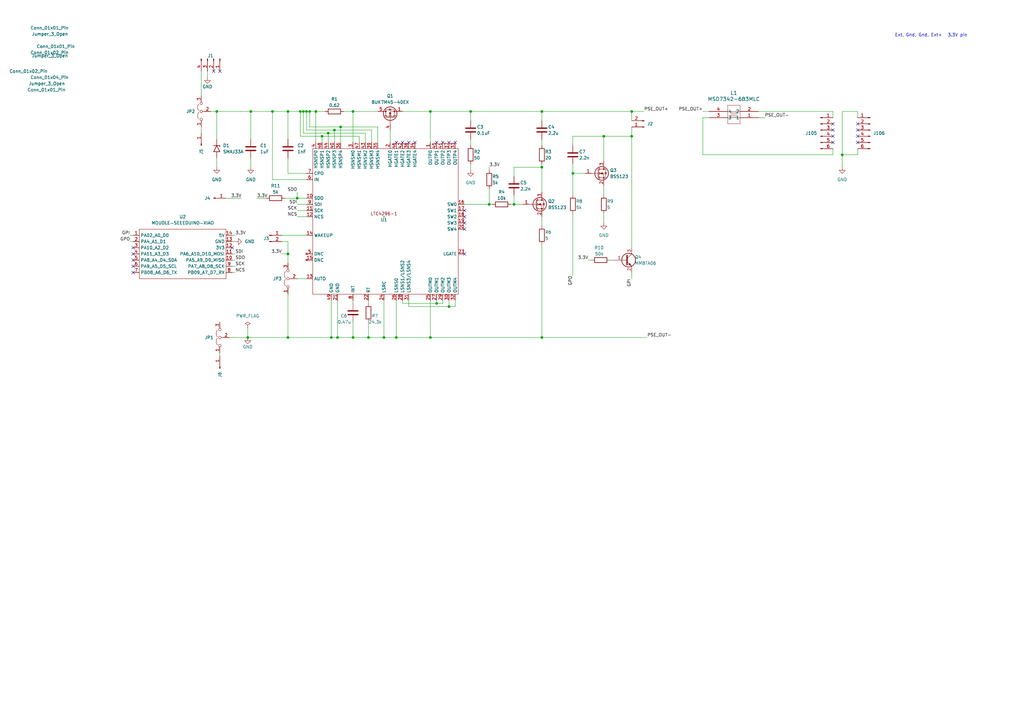
<source format=kicad_sch>
(kicad_sch (version 20230121) (generator eeschema)

  (uuid 3d5ee2d5-e8af-4704-91a6-a0b491ab14bf)

  (paper "A3")

  (lib_symbols
    (symbol "2024-03-15_10-10-31:MSD7342-683MLC" (pin_names (offset 0.254)) (in_bom yes) (on_board yes)
      (property "Reference" "L1" (at 10.16 -10.16 0)
        (effects (font (size 1.524 1.524)))
      )
      (property "Value" "MSD7342-683MLC" (at 10.16 -7.62 0)
        (effects (font (size 1.524 1.524)))
      )
      (property "Footprint" "footprints:MSD7342_COC" (at 0 0 0)
        (effects (font (size 1.27 1.27) italic) hide)
      )
      (property "Datasheet" "MSD7342-683MLC" (at 0 0 0)
        (effects (font (size 1.27 1.27) italic) hide)
      )
      (property "ki_locked" "" (at 0 0 0)
        (effects (font (size 1.27 1.27)))
      )
      (property "ki_keywords" "MSD7342-683MLC" (at 0 0 0)
        (effects (font (size 1.27 1.27)) hide)
      )
      (property "ki_fp_filters" "MSD7342_COC MSD7342_COC-M MSD7342_COC-L" (at 0 0 0)
        (effects (font (size 1.27 1.27)) hide)
      )
      (symbol "MSD7342-683MLC_0_1"
        (polyline
          (pts
            (xy 7.62 -5.08)
            (xy 12.7 -5.08)
          )
          (stroke (width 0.127) (type default))
          (fill (type none))
        )
        (polyline
          (pts
            (xy 7.62 -2.54)
            (xy 8.89 -2.54)
          )
          (stroke (width 0.127) (type default))
          (fill (type none))
        )
        (polyline
          (pts
            (xy 7.62 0)
            (xy 8.89 0)
          )
          (stroke (width 0.127) (type default))
          (fill (type none))
        )
        (polyline
          (pts
            (xy 7.62 2.54)
            (xy 7.62 -5.08)
          )
          (stroke (width 0.127) (type default))
          (fill (type none))
        )
        (polyline
          (pts
            (xy 8.89 -0.9525)
            (xy 11.43 -0.9525)
          )
          (stroke (width 0.127) (type default))
          (fill (type none))
        )
        (polyline
          (pts
            (xy 11.43 -1.5875)
            (xy 8.89 -1.5875)
          )
          (stroke (width 0.127) (type default))
          (fill (type none))
        )
        (polyline
          (pts
            (xy 12.6873 0)
            (xy 11.4173 0)
          )
          (stroke (width 0.127) (type default))
          (fill (type none))
        )
        (polyline
          (pts
            (xy 12.7 -5.08)
            (xy 12.7 2.54)
          )
          (stroke (width 0.127) (type default))
          (fill (type none))
        )
        (polyline
          (pts
            (xy 12.7 -2.54)
            (xy 11.43 -2.54)
          )
          (stroke (width 0.127) (type default))
          (fill (type none))
        )
        (polyline
          (pts
            (xy 12.7 2.54)
            (xy 7.62 2.54)
          )
          (stroke (width 0.127) (type default))
          (fill (type none))
        )
        (arc (start 8.89 0) (mid 9.1948 -0.3035) (end 9.4996 0)
          (stroke (width 0.127) (type default))
          (fill (type none))
        )
        (arc (start 9.2034 -2.959) (mid 9.2054 -2.9591) (end 9.2075 -2.9591)
          (stroke (width 0.2032) (type default))
          (fill (type none))
        )
        (arc (start 9.2034 0.216) (mid 9.2054 0.2159) (end 9.2075 0.2159)
          (stroke (width 0.2032) (type default))
          (fill (type none))
        )
        (arc (start 9.5123 -2.54) (mid 9.2075 -2.2365) (end 8.9027 -2.54)
          (stroke (width 0.127) (type default))
          (fill (type none))
        )
        (arc (start 9.525 0) (mid 9.8298 -0.3035) (end 10.1346 0)
          (stroke (width 0.127) (type default))
          (fill (type none))
        )
        (arc (start 10.1473 -2.54) (mid 9.8425 -2.2365) (end 9.5377 -2.54)
          (stroke (width 0.127) (type default))
          (fill (type none))
        )
        (arc (start 10.16 0) (mid 10.4648 -0.3035) (end 10.7696 0)
          (stroke (width 0.127) (type default))
          (fill (type none))
        )
        (arc (start 10.7823 -2.54) (mid 10.4775 -2.2365) (end 10.1727 -2.54)
          (stroke (width 0.127) (type default))
          (fill (type none))
        )
        (arc (start 10.795 0) (mid 11.0998 -0.3035) (end 11.4046 0)
          (stroke (width 0.127) (type default))
          (fill (type none))
        )
        (arc (start 11.4173 -2.54) (mid 11.1125 -2.2365) (end 10.8077 -2.54)
          (stroke (width 0.127) (type default))
          (fill (type none))
        )
        (pin passive line (at 0 0 0) (length 7.62)
          (name "1" (effects (font (size 1.27 1.27))))
          (number "1" (effects (font (size 1.27 1.27))))
        )
        (pin passive line (at 0 -2.54 0) (length 7.62)
          (name "2" (effects (font (size 1.27 1.27))))
          (number "2" (effects (font (size 1.27 1.27))))
        )
        (pin passive line (at 20.32 0 180) (length 7.62)
          (name "3" (effects (font (size 1.27 1.27))))
          (number "3" (effects (font (size 1.27 1.27))))
        )
        (pin passive line (at 20.32 -2.54 180) (length 7.62)
          (name "4" (effects (font (size 1.27 1.27))))
          (number "4" (effects (font (size 1.27 1.27))))
        )
      )
    )
    (symbol "Bachelor:LTC4296_2" (in_bom yes) (on_board yes)
      (property "Reference" "U" (at 0 0 0)
        (effects (font (size 1.27 1.27)))
      )
      (property "Value" "" (at 0 0 0)
        (effects (font (size 1.27 1.27)))
      )
      (property "Footprint" "" (at 0 0 0)
        (effects (font (size 1.27 1.27)) hide)
      )
      (property "Datasheet" "" (at 0 0 0)
        (effects (font (size 1.27 1.27)) hide)
      )
      (symbol "LTC4296_2_0_1"
        (rectangle (start -29.21 27.94) (end 30.48 -31.75)
          (stroke (width 0) (type default))
          (fill (type none))
        )
      )
      (symbol "LTC4296_2_1_1"
        (text "LTC4296-1" (at 0 1.27 0)
          (effects (font (size 1.27 1.27)))
        )
        (pin output line (at 19.05 30.48 270) (length 2.54)
          (name "OUTP0" (effects (font (size 1.27 1.27))))
          (number "1" (effects (font (size 1.27 1.27))))
        )
        (pin output line (at -31.75 7.62 0) (length 2.54)
          (name "SDO" (effects (font (size 1.27 1.27))))
          (number "10" (effects (font (size 1.27 1.27))))
        )
        (pin input line (at -31.75 2.54 0) (length 2.54)
          (name "SCK" (effects (font (size 1.27 1.27))))
          (number "11" (effects (font (size 1.27 1.27))))
        )
        (pin input line (at -31.75 0 0) (length 2.54)
          (name "NCS" (effects (font (size 1.27 1.27))))
          (number "12" (effects (font (size 1.27 1.27))))
        )
        (pin input line (at -31.75 -25.4 0) (length 2.54)
          (name "AUTO" (effects (font (size 1.27 1.27))))
          (number "13" (effects (font (size 1.27 1.27))))
        )
        (pin input line (at -31.75 -7.62 0) (length 2.54)
          (name "WAKEUP" (effects (font (size 1.27 1.27))))
          (number "14" (effects (font (size 1.27 1.27))))
        )
        (pin no_connect line (at -31.75 -17.78 0) (length 2.54)
          (name "DNC" (effects (font (size 1.27 1.27))))
          (number "15" (effects (font (size 1.27 1.27))))
        )
        (pin input line (at 33.02 5.08 180) (length 2.54)
          (name "SW0" (effects (font (size 1.27 1.27))))
          (number "16" (effects (font (size 1.27 1.27))))
        )
        (pin input line (at 33.02 2.54 180) (length 2.54)
          (name "SW1" (effects (font (size 1.27 1.27))))
          (number "17" (effects (font (size 1.27 1.27))))
        )
        (pin input line (at 33.02 0 180) (length 2.54)
          (name "SW2" (effects (font (size 1.27 1.27))))
          (number "18" (effects (font (size 1.27 1.27))))
        )
        (pin input line (at 33.02 -2.54 180) (length 2.54)
          (name "SW3" (effects (font (size 1.27 1.27))))
          (number "19" (effects (font (size 1.27 1.27))))
        )
        (pin input line (at 2.54 30.48 270) (length 2.54)
          (name "HGATE0" (effects (font (size 1.27 1.27))))
          (number "2" (effects (font (size 1.27 1.27))))
        )
        (pin input line (at 33.02 -5.08 180) (length 2.54)
          (name "SW4" (effects (font (size 1.27 1.27))))
          (number "20" (effects (font (size 1.27 1.27))))
        )
        (pin input line (at -19.05 -34.29 90) (length 2.54)
          (name "GND" (effects (font (size 1.27 1.27))))
          (number "21" (effects (font (size 1.27 1.27))))
        )
        (pin input line (at -6.35 -34.29 90) (length 2.54)
          (name "RT" (effects (font (size 1.27 1.27))))
          (number "22" (effects (font (size 1.27 1.27))))
        )
        (pin input line (at 33.02 -15.24 180) (length 2.54)
          (name "LGATE" (effects (font (size 1.27 1.27))))
          (number "23" (effects (font (size 1.27 1.27))))
        )
        (pin input line (at 0 -34.29 90) (length 2.54)
          (name "LSRC" (effects (font (size 1.27 1.27))))
          (number "24" (effects (font (size 1.27 1.27))))
        )
        (pin input line (at 19.05 -34.29 90) (length 2.54)
          (name "OUTM0" (effects (font (size 1.27 1.27))))
          (number "25" (effects (font (size 1.27 1.27))))
        )
        (pin input line (at 5.08 -34.29 90) (length 2.54)
          (name "LSNS0" (effects (font (size 1.27 1.27))))
          (number "26" (effects (font (size 1.27 1.27))))
        )
        (pin input line (at 21.59 -34.29 90) (length 2.54)
          (name "OUTM1" (effects (font (size 1.27 1.27))))
          (number "27" (effects (font (size 1.27 1.27))))
        )
        (pin input line (at 7.62 -34.29 90) (length 2.54)
          (name "LSNS1/LSNS2" (effects (font (size 1.27 1.27))))
          (number "28" (effects (font (size 1.27 1.27))))
        )
        (pin input line (at 24.13 -34.29 90) (length 2.54)
          (name "OUTM2" (effects (font (size 1.27 1.27))))
          (number "29" (effects (font (size 1.27 1.27))))
        )
        (pin input line (at -12.7 30.48 270) (length 2.54)
          (name "HSNSM0" (effects (font (size 1.27 1.27))))
          (number "3" (effects (font (size 1.27 1.27))))
        )
        (pin input line (at 26.67 -34.29 90) (length 2.54)
          (name "OUTM3" (effects (font (size 1.27 1.27))))
          (number "30" (effects (font (size 1.27 1.27))))
        )
        (pin input line (at 10.16 -34.29 90) (length 2.54)
          (name "LSNS3/LSNS4" (effects (font (size 1.27 1.27))))
          (number "31" (effects (font (size 1.27 1.27))))
        )
        (pin input line (at 29.21 -34.29 90) (length 2.54)
          (name "OUTM4" (effects (font (size 1.27 1.27))))
          (number "32" (effects (font (size 1.27 1.27))))
        )
        (pin input line (at 29.21 30.48 270) (length 2.54)
          (name "OUTP4" (effects (font (size 1.27 1.27))))
          (number "33" (effects (font (size 1.27 1.27))))
        )
        (pin input line (at 12.7 30.48 270) (length 2.54)
          (name "HGATE4" (effects (font (size 1.27 1.27))))
          (number "34" (effects (font (size 1.27 1.27))))
        )
        (pin input line (at -2.54 30.48 270) (length 2.54)
          (name "HSNSM4" (effects (font (size 1.27 1.27))))
          (number "35" (effects (font (size 1.27 1.27))))
        )
        (pin input line (at -17.78 30.48 270) (length 2.54)
          (name "HSNSP4" (effects (font (size 1.27 1.27))))
          (number "36" (effects (font (size 1.27 1.27))))
        )
        (pin output line (at 26.67 30.48 270) (length 2.54)
          (name "OUTP3" (effects (font (size 1.27 1.27))))
          (number "37" (effects (font (size 1.27 1.27))))
        )
        (pin output line (at 10.16 30.48 270) (length 2.54)
          (name "HGATE3" (effects (font (size 1.27 1.27))))
          (number "38" (effects (font (size 1.27 1.27))))
        )
        (pin output line (at -5.08 30.48 270) (length 2.54)
          (name "HSNSM3" (effects (font (size 1.27 1.27))))
          (number "39" (effects (font (size 1.27 1.27))))
        )
        (pin input line (at -27.94 30.48 270) (length 2.54)
          (name "HSNSP0" (effects (font (size 1.27 1.27))))
          (number "4" (effects (font (size 1.27 1.27))))
        )
        (pin output line (at -20.32 30.48 270) (length 2.54)
          (name "HSNSP3" (effects (font (size 1.27 1.27))))
          (number "40" (effects (font (size 1.27 1.27))))
        )
        (pin output line (at 24.13 30.48 270) (length 2.54)
          (name "OUTP2" (effects (font (size 1.27 1.27))))
          (number "41" (effects (font (size 1.27 1.27))))
        )
        (pin output line (at 7.62 30.48 270) (length 2.54)
          (name "HGATE2" (effects (font (size 1.27 1.27))))
          (number "42" (effects (font (size 1.27 1.27))))
        )
        (pin output line (at -7.62 30.48 270) (length 2.54)
          (name "HSNSM2" (effects (font (size 1.27 1.27))))
          (number "43" (effects (font (size 1.27 1.27))))
        )
        (pin output line (at -22.86 30.48 270) (length 2.54)
          (name "HSNSP2" (effects (font (size 1.27 1.27))))
          (number "44" (effects (font (size 1.27 1.27))))
        )
        (pin output line (at 21.59 30.48 270) (length 2.54)
          (name "OUTP1" (effects (font (size 1.27 1.27))))
          (number "45" (effects (font (size 1.27 1.27))))
        )
        (pin output line (at 5.08 30.48 270) (length 2.54)
          (name "HGATE1" (effects (font (size 1.27 1.27))))
          (number "46" (effects (font (size 1.27 1.27))))
        )
        (pin output line (at -10.16 30.48 270) (length 2.54)
          (name "HSNSM1" (effects (font (size 1.27 1.27))))
          (number "47" (effects (font (size 1.27 1.27))))
        )
        (pin output line (at -25.4 30.48 270) (length 2.54)
          (name "HSNSP1" (effects (font (size 1.27 1.27))))
          (number "48" (effects (font (size 1.27 1.27))))
        )
        (pin input line (at -21.59 -34.29 90) (length 2.54)
          (name "GND" (effects (font (size 1.27 1.27))))
          (number "49" (effects (font (size 1.27 1.27))))
        )
        (pin no_connect line (at -31.75 -15.24 0) (length 2.54)
          (name "DNC" (effects (font (size 1.27 1.27))))
          (number "5" (effects (font (size 1.27 1.27))))
        )
        (pin input line (at -31.75 15.24 0) (length 2.54)
          (name "IN" (effects (font (size 1.27 1.27))))
          (number "6" (effects (font (size 1.27 1.27))))
        )
        (pin output line (at -31.75 17.78 0) (length 2.54)
          (name "CPO" (effects (font (size 1.27 1.27))))
          (number "7" (effects (font (size 1.27 1.27))))
        )
        (pin input line (at -12.7 -34.29 90) (length 2.54)
          (name "INT" (effects (font (size 1.27 1.27))))
          (number "8" (effects (font (size 1.27 1.27))))
        )
        (pin input line (at -31.75 5.08 0) (length 2.54)
          (name "SDI" (effects (font (size 1.27 1.27))))
          (number "9" (effects (font (size 1.27 1.27))))
        )
      )
    )
    (symbol "Connector:Conn_01x01_Pin" (pin_names (offset 1.016) hide) (in_bom yes) (on_board yes)
      (property "Reference" "J" (at 0 2.54 0)
        (effects (font (size 1.27 1.27)))
      )
      (property "Value" "Conn_01x01_Pin" (at 0 -2.54 0)
        (effects (font (size 1.27 1.27)))
      )
      (property "Footprint" "" (at 0 0 0)
        (effects (font (size 1.27 1.27)) hide)
      )
      (property "Datasheet" "~" (at 0 0 0)
        (effects (font (size 1.27 1.27)) hide)
      )
      (property "ki_locked" "" (at 0 0 0)
        (effects (font (size 1.27 1.27)))
      )
      (property "ki_keywords" "connector" (at 0 0 0)
        (effects (font (size 1.27 1.27)) hide)
      )
      (property "ki_description" "Generic connector, single row, 01x01, script generated" (at 0 0 0)
        (effects (font (size 1.27 1.27)) hide)
      )
      (property "ki_fp_filters" "Connector*:*_1x??_*" (at 0 0 0)
        (effects (font (size 1.27 1.27)) hide)
      )
      (symbol "Conn_01x01_Pin_1_1"
        (polyline
          (pts
            (xy 1.27 0)
            (xy 0.8636 0)
          )
          (stroke (width 0.1524) (type default))
          (fill (type none))
        )
        (rectangle (start 0.8636 0.127) (end 0 -0.127)
          (stroke (width 0.1524) (type default))
          (fill (type outline))
        )
        (pin passive line (at 5.08 0 180) (length 3.81)
          (name "Pin_1" (effects (font (size 1.27 1.27))))
          (number "1" (effects (font (size 1.27 1.27))))
        )
      )
    )
    (symbol "Connector:Conn_01x02_Pin" (pin_names (offset 1.016) hide) (in_bom yes) (on_board yes)
      (property "Reference" "J" (at 0 2.54 0)
        (effects (font (size 1.27 1.27)))
      )
      (property "Value" "Conn_01x02_Pin" (at 0 -5.08 0)
        (effects (font (size 1.27 1.27)))
      )
      (property "Footprint" "" (at 0 0 0)
        (effects (font (size 1.27 1.27)) hide)
      )
      (property "Datasheet" "~" (at 0 0 0)
        (effects (font (size 1.27 1.27)) hide)
      )
      (property "ki_locked" "" (at 0 0 0)
        (effects (font (size 1.27 1.27)))
      )
      (property "ki_keywords" "connector" (at 0 0 0)
        (effects (font (size 1.27 1.27)) hide)
      )
      (property "ki_description" "Generic connector, single row, 01x02, script generated" (at 0 0 0)
        (effects (font (size 1.27 1.27)) hide)
      )
      (property "ki_fp_filters" "Connector*:*_1x??_*" (at 0 0 0)
        (effects (font (size 1.27 1.27)) hide)
      )
      (symbol "Conn_01x02_Pin_1_1"
        (polyline
          (pts
            (xy 1.27 -2.54)
            (xy 0.8636 -2.54)
          )
          (stroke (width 0.1524) (type default))
          (fill (type none))
        )
        (polyline
          (pts
            (xy 1.27 0)
            (xy 0.8636 0)
          )
          (stroke (width 0.1524) (type default))
          (fill (type none))
        )
        (rectangle (start 0.8636 -2.413) (end 0 -2.667)
          (stroke (width 0.1524) (type default))
          (fill (type outline))
        )
        (rectangle (start 0.8636 0.127) (end 0 -0.127)
          (stroke (width 0.1524) (type default))
          (fill (type outline))
        )
        (pin passive line (at 5.08 0 180) (length 3.81)
          (name "Pin_1" (effects (font (size 1.27 1.27))))
          (number "1" (effects (font (size 1.27 1.27))))
        )
        (pin passive line (at 5.08 -2.54 180) (length 3.81)
          (name "Pin_2" (effects (font (size 1.27 1.27))))
          (number "2" (effects (font (size 1.27 1.27))))
        )
      )
    )
    (symbol "Connector:Conn_01x04_Pin" (pin_names (offset 1.016) hide) (in_bom yes) (on_board yes)
      (property "Reference" "J" (at 0 5.08 0)
        (effects (font (size 1.27 1.27)))
      )
      (property "Value" "Conn_01x04_Pin" (at 0 -7.62 0)
        (effects (font (size 1.27 1.27)))
      )
      (property "Footprint" "" (at 0 0 0)
        (effects (font (size 1.27 1.27)) hide)
      )
      (property "Datasheet" "~" (at 0 0 0)
        (effects (font (size 1.27 1.27)) hide)
      )
      (property "ki_locked" "" (at 0 0 0)
        (effects (font (size 1.27 1.27)))
      )
      (property "ki_keywords" "connector" (at 0 0 0)
        (effects (font (size 1.27 1.27)) hide)
      )
      (property "ki_description" "Generic connector, single row, 01x04, script generated" (at 0 0 0)
        (effects (font (size 1.27 1.27)) hide)
      )
      (property "ki_fp_filters" "Connector*:*_1x??_*" (at 0 0 0)
        (effects (font (size 1.27 1.27)) hide)
      )
      (symbol "Conn_01x04_Pin_1_1"
        (polyline
          (pts
            (xy 1.27 -5.08)
            (xy 0.8636 -5.08)
          )
          (stroke (width 0.1524) (type default))
          (fill (type none))
        )
        (polyline
          (pts
            (xy 1.27 -2.54)
            (xy 0.8636 -2.54)
          )
          (stroke (width 0.1524) (type default))
          (fill (type none))
        )
        (polyline
          (pts
            (xy 1.27 0)
            (xy 0.8636 0)
          )
          (stroke (width 0.1524) (type default))
          (fill (type none))
        )
        (polyline
          (pts
            (xy 1.27 2.54)
            (xy 0.8636 2.54)
          )
          (stroke (width 0.1524) (type default))
          (fill (type none))
        )
        (rectangle (start 0.8636 -4.953) (end 0 -5.207)
          (stroke (width 0.1524) (type default))
          (fill (type outline))
        )
        (rectangle (start 0.8636 -2.413) (end 0 -2.667)
          (stroke (width 0.1524) (type default))
          (fill (type outline))
        )
        (rectangle (start 0.8636 0.127) (end 0 -0.127)
          (stroke (width 0.1524) (type default))
          (fill (type outline))
        )
        (rectangle (start 0.8636 2.667) (end 0 2.413)
          (stroke (width 0.1524) (type default))
          (fill (type outline))
        )
        (pin passive line (at 5.08 2.54 180) (length 3.81)
          (name "Pin_1" (effects (font (size 1.27 1.27))))
          (number "1" (effects (font (size 1.27 1.27))))
        )
        (pin passive line (at 5.08 0 180) (length 3.81)
          (name "Pin_2" (effects (font (size 1.27 1.27))))
          (number "2" (effects (font (size 1.27 1.27))))
        )
        (pin passive line (at 5.08 -2.54 180) (length 3.81)
          (name "Pin_3" (effects (font (size 1.27 1.27))))
          (number "3" (effects (font (size 1.27 1.27))))
        )
        (pin passive line (at 5.08 -5.08 180) (length 3.81)
          (name "Pin_4" (effects (font (size 1.27 1.27))))
          (number "4" (effects (font (size 1.27 1.27))))
        )
      )
    )
    (symbol "Connector:Conn_01x06_Pin" (pin_names (offset 1.016) hide) (in_bom yes) (on_board yes)
      (property "Reference" "J" (at 0 7.62 0)
        (effects (font (size 1.27 1.27)))
      )
      (property "Value" "Conn_01x06_Pin" (at 0 -10.16 0)
        (effects (font (size 1.27 1.27)))
      )
      (property "Footprint" "" (at 0 0 0)
        (effects (font (size 1.27 1.27)) hide)
      )
      (property "Datasheet" "~" (at 0 0 0)
        (effects (font (size 1.27 1.27)) hide)
      )
      (property "ki_locked" "" (at 0 0 0)
        (effects (font (size 1.27 1.27)))
      )
      (property "ki_keywords" "connector" (at 0 0 0)
        (effects (font (size 1.27 1.27)) hide)
      )
      (property "ki_description" "Generic connector, single row, 01x06, script generated" (at 0 0 0)
        (effects (font (size 1.27 1.27)) hide)
      )
      (property "ki_fp_filters" "Connector*:*_1x??_*" (at 0 0 0)
        (effects (font (size 1.27 1.27)) hide)
      )
      (symbol "Conn_01x06_Pin_1_1"
        (polyline
          (pts
            (xy 1.27 -7.62)
            (xy 0.8636 -7.62)
          )
          (stroke (width 0.1524) (type default))
          (fill (type none))
        )
        (polyline
          (pts
            (xy 1.27 -5.08)
            (xy 0.8636 -5.08)
          )
          (stroke (width 0.1524) (type default))
          (fill (type none))
        )
        (polyline
          (pts
            (xy 1.27 -2.54)
            (xy 0.8636 -2.54)
          )
          (stroke (width 0.1524) (type default))
          (fill (type none))
        )
        (polyline
          (pts
            (xy 1.27 0)
            (xy 0.8636 0)
          )
          (stroke (width 0.1524) (type default))
          (fill (type none))
        )
        (polyline
          (pts
            (xy 1.27 2.54)
            (xy 0.8636 2.54)
          )
          (stroke (width 0.1524) (type default))
          (fill (type none))
        )
        (polyline
          (pts
            (xy 1.27 5.08)
            (xy 0.8636 5.08)
          )
          (stroke (width 0.1524) (type default))
          (fill (type none))
        )
        (rectangle (start 0.8636 -7.493) (end 0 -7.747)
          (stroke (width 0.1524) (type default))
          (fill (type outline))
        )
        (rectangle (start 0.8636 -4.953) (end 0 -5.207)
          (stroke (width 0.1524) (type default))
          (fill (type outline))
        )
        (rectangle (start 0.8636 -2.413) (end 0 -2.667)
          (stroke (width 0.1524) (type default))
          (fill (type outline))
        )
        (rectangle (start 0.8636 0.127) (end 0 -0.127)
          (stroke (width 0.1524) (type default))
          (fill (type outline))
        )
        (rectangle (start 0.8636 2.667) (end 0 2.413)
          (stroke (width 0.1524) (type default))
          (fill (type outline))
        )
        (rectangle (start 0.8636 5.207) (end 0 4.953)
          (stroke (width 0.1524) (type default))
          (fill (type outline))
        )
        (pin passive line (at 5.08 5.08 180) (length 3.81)
          (name "Pin_1" (effects (font (size 1.27 1.27))))
          (number "1" (effects (font (size 1.27 1.27))))
        )
        (pin passive line (at 5.08 2.54 180) (length 3.81)
          (name "Pin_2" (effects (font (size 1.27 1.27))))
          (number "2" (effects (font (size 1.27 1.27))))
        )
        (pin passive line (at 5.08 0 180) (length 3.81)
          (name "Pin_3" (effects (font (size 1.27 1.27))))
          (number "3" (effects (font (size 1.27 1.27))))
        )
        (pin passive line (at 5.08 -2.54 180) (length 3.81)
          (name "Pin_4" (effects (font (size 1.27 1.27))))
          (number "4" (effects (font (size 1.27 1.27))))
        )
        (pin passive line (at 5.08 -5.08 180) (length 3.81)
          (name "Pin_5" (effects (font (size 1.27 1.27))))
          (number "5" (effects (font (size 1.27 1.27))))
        )
        (pin passive line (at 5.08 -7.62 180) (length 3.81)
          (name "Pin_6" (effects (font (size 1.27 1.27))))
          (number "6" (effects (font (size 1.27 1.27))))
        )
      )
    )
    (symbol "Device:C" (pin_numbers hide) (pin_names (offset 0.254)) (in_bom yes) (on_board yes)
      (property "Reference" "C" (at 0.635 2.54 0)
        (effects (font (size 1.27 1.27)) (justify left))
      )
      (property "Value" "C" (at 0.635 -2.54 0)
        (effects (font (size 1.27 1.27)) (justify left))
      )
      (property "Footprint" "" (at 0.9652 -3.81 0)
        (effects (font (size 1.27 1.27)) hide)
      )
      (property "Datasheet" "~" (at 0 0 0)
        (effects (font (size 1.27 1.27)) hide)
      )
      (property "ki_keywords" "cap capacitor" (at 0 0 0)
        (effects (font (size 1.27 1.27)) hide)
      )
      (property "ki_description" "Unpolarized capacitor" (at 0 0 0)
        (effects (font (size 1.27 1.27)) hide)
      )
      (property "ki_fp_filters" "C_*" (at 0 0 0)
        (effects (font (size 1.27 1.27)) hide)
      )
      (symbol "C_0_1"
        (polyline
          (pts
            (xy -2.032 -0.762)
            (xy 2.032 -0.762)
          )
          (stroke (width 0.508) (type default))
          (fill (type none))
        )
        (polyline
          (pts
            (xy -2.032 0.762)
            (xy 2.032 0.762)
          )
          (stroke (width 0.508) (type default))
          (fill (type none))
        )
      )
      (symbol "C_1_1"
        (pin passive line (at 0 3.81 270) (length 2.794)
          (name "~" (effects (font (size 1.27 1.27))))
          (number "1" (effects (font (size 1.27 1.27))))
        )
        (pin passive line (at 0 -3.81 90) (length 2.794)
          (name "~" (effects (font (size 1.27 1.27))))
          (number "2" (effects (font (size 1.27 1.27))))
        )
      )
    )
    (symbol "Device:R" (pin_numbers hide) (pin_names (offset 0)) (in_bom yes) (on_board yes)
      (property "Reference" "R" (at 2.032 0 90)
        (effects (font (size 1.27 1.27)))
      )
      (property "Value" "R" (at 0 0 90)
        (effects (font (size 1.27 1.27)))
      )
      (property "Footprint" "" (at -1.778 0 90)
        (effects (font (size 1.27 1.27)) hide)
      )
      (property "Datasheet" "~" (at 0 0 0)
        (effects (font (size 1.27 1.27)) hide)
      )
      (property "ki_keywords" "R res resistor" (at 0 0 0)
        (effects (font (size 1.27 1.27)) hide)
      )
      (property "ki_description" "Resistor" (at 0 0 0)
        (effects (font (size 1.27 1.27)) hide)
      )
      (property "ki_fp_filters" "R_*" (at 0 0 0)
        (effects (font (size 1.27 1.27)) hide)
      )
      (symbol "R_0_1"
        (rectangle (start -1.016 -2.54) (end 1.016 2.54)
          (stroke (width 0.254) (type default))
          (fill (type none))
        )
      )
      (symbol "R_1_1"
        (pin passive line (at 0 3.81 270) (length 1.27)
          (name "~" (effects (font (size 1.27 1.27))))
          (number "1" (effects (font (size 1.27 1.27))))
        )
        (pin passive line (at 0 -3.81 90) (length 1.27)
          (name "~" (effects (font (size 1.27 1.27))))
          (number "2" (effects (font (size 1.27 1.27))))
        )
      )
    )
    (symbol "Diode:SMAJ33A" (pin_numbers hide) (pin_names (offset 1.016) hide) (in_bom yes) (on_board yes)
      (property "Reference" "D" (at 0 2.54 0)
        (effects (font (size 1.27 1.27)))
      )
      (property "Value" "SMAJ33A" (at 0 -2.54 0)
        (effects (font (size 1.27 1.27)))
      )
      (property "Footprint" "Diode_SMD:D_SMA" (at 0 -5.08 0)
        (effects (font (size 1.27 1.27)) hide)
      )
      (property "Datasheet" "https://www.littelfuse.com/media?resourcetype=datasheets&itemid=75e32973-b177-4ee3-a0ff-cedaf1abdb93&filename=smaj-datasheet" (at -1.27 0 0)
        (effects (font (size 1.27 1.27)) hide)
      )
      (property "ki_keywords" "unidirectional diode TVS voltage suppressor" (at 0 0 0)
        (effects (font (size 1.27 1.27)) hide)
      )
      (property "ki_description" "400W unidirectional Transient Voltage Suppressor, 33.0Vr, SMA(DO-214AC)" (at 0 0 0)
        (effects (font (size 1.27 1.27)) hide)
      )
      (property "ki_fp_filters" "D*SMA*" (at 0 0 0)
        (effects (font (size 1.27 1.27)) hide)
      )
      (symbol "SMAJ33A_0_1"
        (polyline
          (pts
            (xy -0.762 1.27)
            (xy -1.27 1.27)
            (xy -1.27 -1.27)
          )
          (stroke (width 0.254) (type default))
          (fill (type none))
        )
        (polyline
          (pts
            (xy 1.27 1.27)
            (xy 1.27 -1.27)
            (xy -1.27 0)
            (xy 1.27 1.27)
          )
          (stroke (width 0.254) (type default))
          (fill (type none))
        )
      )
      (symbol "SMAJ33A_1_1"
        (pin passive line (at -3.81 0 0) (length 2.54)
          (name "A1" (effects (font (size 1.27 1.27))))
          (number "1" (effects (font (size 1.27 1.27))))
        )
        (pin passive line (at 3.81 0 180) (length 2.54)
          (name "A2" (effects (font (size 1.27 1.27))))
          (number "2" (effects (font (size 1.27 1.27))))
        )
      )
    )
    (symbol "Jumper:Jumper_3_Open" (pin_names (offset 0) hide) (in_bom yes) (on_board yes)
      (property "Reference" "JP" (at -2.54 -2.54 0)
        (effects (font (size 1.27 1.27)))
      )
      (property "Value" "Jumper_3_Open" (at 0 2.794 0)
        (effects (font (size 1.27 1.27)))
      )
      (property "Footprint" "" (at 0 0 0)
        (effects (font (size 1.27 1.27)) hide)
      )
      (property "Datasheet" "~" (at 0 0 0)
        (effects (font (size 1.27 1.27)) hide)
      )
      (property "ki_keywords" "Jumper SPDT" (at 0 0 0)
        (effects (font (size 1.27 1.27)) hide)
      )
      (property "ki_description" "Jumper, 3-pole, both open" (at 0 0 0)
        (effects (font (size 1.27 1.27)) hide)
      )
      (property "ki_fp_filters" "Jumper* TestPoint*3Pads* TestPoint*Bridge*" (at 0 0 0)
        (effects (font (size 1.27 1.27)) hide)
      )
      (symbol "Jumper_3_Open_0_0"
        (circle (center -3.302 0) (radius 0.508)
          (stroke (width 0) (type default))
          (fill (type none))
        )
        (circle (center 0 0) (radius 0.508)
          (stroke (width 0) (type default))
          (fill (type none))
        )
        (circle (center 3.302 0) (radius 0.508)
          (stroke (width 0) (type default))
          (fill (type none))
        )
      )
      (symbol "Jumper_3_Open_0_1"
        (arc (start -0.254 1.016) (mid -1.651 1.4992) (end -3.048 1.016)
          (stroke (width 0) (type default))
          (fill (type none))
        )
        (polyline
          (pts
            (xy 0 -0.508)
            (xy 0 -1.27)
          )
          (stroke (width 0) (type default))
          (fill (type none))
        )
        (arc (start 3.048 1.016) (mid 1.651 1.4992) (end 0.254 1.016)
          (stroke (width 0) (type default))
          (fill (type none))
        )
      )
      (symbol "Jumper_3_Open_1_1"
        (pin passive line (at -6.35 0 0) (length 2.54)
          (name "A" (effects (font (size 1.27 1.27))))
          (number "1" (effects (font (size 1.27 1.27))))
        )
        (pin passive line (at 0 -3.81 90) (length 2.54)
          (name "C" (effects (font (size 1.27 1.27))))
          (number "2" (effects (font (size 1.27 1.27))))
        )
        (pin passive line (at 6.35 0 180) (length 2.54)
          (name "B" (effects (font (size 1.27 1.27))))
          (number "3" (effects (font (size 1.27 1.27))))
        )
      )
    )
    (symbol "MOUDLE-SEEEDUINO-XIAO:MOUDLE-SEEEDUINO-XIAO" (in_bom yes) (on_board yes)
      (property "Reference" "U" (at -16.51 11.43 0)
        (effects (font (size 1.27 1.27)))
      )
      (property "Value" "MOUDLE-SEEEDUINO-XIAO" (at -3.81 -11.43 0)
        (effects (font (size 1.27 1.27)))
      )
      (property "Footprint" "" (at -16.51 2.54 0)
        (effects (font (size 1.27 1.27)) hide)
      )
      (property "Datasheet" "" (at -16.51 2.54 0)
        (effects (font (size 1.27 1.27)) hide)
      )
      (symbol "MOUDLE-SEEEDUINO-XIAO_0_1"
        (rectangle (start -16.51 10.16) (end 19.05 -10.16)
          (stroke (width 0) (type default))
          (fill (type none))
        )
      )
      (symbol "MOUDLE-SEEEDUINO-XIAO_1_1"
        (pin passive line (at -19.05 7.62 0) (length 2.54)
          (name "PA02_A0_D0" (effects (font (size 1.27 1.27))))
          (number "1" (effects (font (size 1.27 1.27))))
        )
        (pin passive line (at 21.59 -2.54 180) (length 2.54)
          (name "PA5_A9_D9_MISO" (effects (font (size 1.27 1.27))))
          (number "10" (effects (font (size 1.27 1.27))))
        )
        (pin passive line (at 21.59 0 180) (length 2.54)
          (name "PA6_A10_D10_MOSI" (effects (font (size 1.27 1.27))))
          (number "11" (effects (font (size 1.27 1.27))))
        )
        (pin passive line (at 21.59 2.54 180) (length 2.54)
          (name "3V3" (effects (font (size 1.27 1.27))))
          (number "12" (effects (font (size 1.27 1.27))))
        )
        (pin passive line (at 21.59 5.08 180) (length 2.54)
          (name "GND" (effects (font (size 1.27 1.27))))
          (number "13" (effects (font (size 1.27 1.27))))
        )
        (pin passive line (at 21.59 7.62 180) (length 2.54)
          (name "5V" (effects (font (size 1.27 1.27))))
          (number "14" (effects (font (size 1.27 1.27))))
        )
        (pin passive line (at -19.05 5.08 0) (length 2.54)
          (name "PA4_A1_D1" (effects (font (size 1.27 1.27))))
          (number "2" (effects (font (size 1.27 1.27))))
        )
        (pin passive line (at -19.05 2.54 0) (length 2.54)
          (name "PA10_A2_D2" (effects (font (size 1.27 1.27))))
          (number "3" (effects (font (size 1.27 1.27))))
        )
        (pin passive line (at -19.05 0 0) (length 2.54)
          (name "PA11_A3_D3" (effects (font (size 1.27 1.27))))
          (number "4" (effects (font (size 1.27 1.27))))
        )
        (pin passive line (at -19.05 -2.54 0) (length 2.54)
          (name "PA8_A4_D4_SDA" (effects (font (size 1.27 1.27))))
          (number "5" (effects (font (size 1.27 1.27))))
        )
        (pin passive line (at -19.05 -5.08 0) (length 2.54)
          (name "PA9_A5_D5_SCL" (effects (font (size 1.27 1.27))))
          (number "6" (effects (font (size 1.27 1.27))))
        )
        (pin passive line (at -19.05 -7.62 0) (length 2.54)
          (name "PB08_A6_D6_TX" (effects (font (size 1.27 1.27))))
          (number "7" (effects (font (size 1.27 1.27))))
        )
        (pin passive line (at 21.59 -7.62 180) (length 2.54)
          (name "PB09_A7_D7_RX" (effects (font (size 1.27 1.27))))
          (number "8" (effects (font (size 1.27 1.27))))
        )
        (pin passive line (at 21.59 -5.08 180) (length 2.54)
          (name "PA7_A8_D8_SCK" (effects (font (size 1.27 1.27))))
          (number "9" (effects (font (size 1.27 1.27))))
        )
      )
    )
    (symbol "Transistor_BJT:MMBTA42" (pin_names (offset 0) hide) (in_bom yes) (on_board yes)
      (property "Reference" "Q" (at 5.08 1.905 0)
        (effects (font (size 1.27 1.27)) (justify left))
      )
      (property "Value" "MMBTA42" (at 5.08 0 0)
        (effects (font (size 1.27 1.27)) (justify left))
      )
      (property "Footprint" "Package_TO_SOT_SMD:SOT-23" (at 5.08 -1.905 0)
        (effects (font (size 1.27 1.27) italic) (justify left) hide)
      )
      (property "Datasheet" "https://www.onsemi.com/pub/Collateral/MMBTA42LT1-D.PDF" (at 0 0 0)
        (effects (font (size 1.27 1.27)) (justify left) hide)
      )
      (property "ki_keywords" "NPN High Voltage Transistor" (at 0 0 0)
        (effects (font (size 1.27 1.27)) hide)
      )
      (property "ki_description" "0.5A Ic, 300V Vce, NPN High Voltage Transistor, SOT-23" (at 0 0 0)
        (effects (font (size 1.27 1.27)) hide)
      )
      (property "ki_fp_filters" "SOT?23*" (at 0 0 0)
        (effects (font (size 1.27 1.27)) hide)
      )
      (symbol "MMBTA42_0_1"
        (polyline
          (pts
            (xy 0 0)
            (xy 0.635 0)
          )
          (stroke (width 0) (type default))
          (fill (type none))
        )
        (polyline
          (pts
            (xy 0.635 0.635)
            (xy 2.54 2.54)
          )
          (stroke (width 0) (type default))
          (fill (type none))
        )
        (polyline
          (pts
            (xy 0.635 -0.635)
            (xy 2.54 -2.54)
            (xy 2.54 -2.54)
          )
          (stroke (width 0) (type default))
          (fill (type none))
        )
        (polyline
          (pts
            (xy 0.635 1.905)
            (xy 0.635 -1.905)
            (xy 0.635 -1.905)
          )
          (stroke (width 0.508) (type default))
          (fill (type none))
        )
        (polyline
          (pts
            (xy 1.27 -1.778)
            (xy 1.778 -1.27)
            (xy 2.286 -2.286)
            (xy 1.27 -1.778)
            (xy 1.27 -1.778)
          )
          (stroke (width 0) (type default))
          (fill (type outline))
        )
        (circle (center 1.27 0) (radius 2.8194)
          (stroke (width 0.254) (type default))
          (fill (type none))
        )
      )
      (symbol "MMBTA42_1_1"
        (pin input line (at -5.08 0 0) (length 5.08)
          (name "B" (effects (font (size 1.27 1.27))))
          (number "1" (effects (font (size 1.27 1.27))))
        )
        (pin passive line (at 2.54 -5.08 90) (length 2.54)
          (name "E" (effects (font (size 1.27 1.27))))
          (number "2" (effects (font (size 1.27 1.27))))
        )
        (pin passive line (at 2.54 5.08 270) (length 2.54)
          (name "C" (effects (font (size 1.27 1.27))))
          (number "3" (effects (font (size 1.27 1.27))))
        )
      )
    )
    (symbol "Transistor_FET:BSS123" (pin_names hide) (in_bom yes) (on_board yes)
      (property "Reference" "Q" (at 5.08 1.905 0)
        (effects (font (size 1.27 1.27)) (justify left))
      )
      (property "Value" "BSS123" (at 5.08 0 0)
        (effects (font (size 1.27 1.27)) (justify left))
      )
      (property "Footprint" "Package_TO_SOT_SMD:SOT-23" (at 5.08 -1.905 0)
        (effects (font (size 1.27 1.27) italic) (justify left) hide)
      )
      (property "Datasheet" "http://www.diodes.com/assets/Datasheets/ds30366.pdf" (at 0 0 0)
        (effects (font (size 1.27 1.27)) (justify left) hide)
      )
      (property "ki_keywords" "N-Channel MOSFET" (at 0 0 0)
        (effects (font (size 1.27 1.27)) hide)
      )
      (property "ki_description" "0.17A Id, 100V Vds, N-Channel MOSFET, SOT-23" (at 0 0 0)
        (effects (font (size 1.27 1.27)) hide)
      )
      (property "ki_fp_filters" "SOT?23*" (at 0 0 0)
        (effects (font (size 1.27 1.27)) hide)
      )
      (symbol "BSS123_0_1"
        (polyline
          (pts
            (xy 0.254 0)
            (xy -2.54 0)
          )
          (stroke (width 0) (type default))
          (fill (type none))
        )
        (polyline
          (pts
            (xy 0.254 1.905)
            (xy 0.254 -1.905)
          )
          (stroke (width 0.254) (type default))
          (fill (type none))
        )
        (polyline
          (pts
            (xy 0.762 -1.27)
            (xy 0.762 -2.286)
          )
          (stroke (width 0.254) (type default))
          (fill (type none))
        )
        (polyline
          (pts
            (xy 0.762 0.508)
            (xy 0.762 -0.508)
          )
          (stroke (width 0.254) (type default))
          (fill (type none))
        )
        (polyline
          (pts
            (xy 0.762 2.286)
            (xy 0.762 1.27)
          )
          (stroke (width 0.254) (type default))
          (fill (type none))
        )
        (polyline
          (pts
            (xy 2.54 2.54)
            (xy 2.54 1.778)
          )
          (stroke (width 0) (type default))
          (fill (type none))
        )
        (polyline
          (pts
            (xy 2.54 -2.54)
            (xy 2.54 0)
            (xy 0.762 0)
          )
          (stroke (width 0) (type default))
          (fill (type none))
        )
        (polyline
          (pts
            (xy 0.762 -1.778)
            (xy 3.302 -1.778)
            (xy 3.302 1.778)
            (xy 0.762 1.778)
          )
          (stroke (width 0) (type default))
          (fill (type none))
        )
        (polyline
          (pts
            (xy 1.016 0)
            (xy 2.032 0.381)
            (xy 2.032 -0.381)
            (xy 1.016 0)
          )
          (stroke (width 0) (type default))
          (fill (type outline))
        )
        (polyline
          (pts
            (xy 2.794 0.508)
            (xy 2.921 0.381)
            (xy 3.683 0.381)
            (xy 3.81 0.254)
          )
          (stroke (width 0) (type default))
          (fill (type none))
        )
        (polyline
          (pts
            (xy 3.302 0.381)
            (xy 2.921 -0.254)
            (xy 3.683 -0.254)
            (xy 3.302 0.381)
          )
          (stroke (width 0) (type default))
          (fill (type none))
        )
        (circle (center 1.651 0) (radius 2.794)
          (stroke (width 0.254) (type default))
          (fill (type none))
        )
        (circle (center 2.54 -1.778) (radius 0.254)
          (stroke (width 0) (type default))
          (fill (type outline))
        )
        (circle (center 2.54 1.778) (radius 0.254)
          (stroke (width 0) (type default))
          (fill (type outline))
        )
      )
      (symbol "BSS123_1_1"
        (pin input line (at -5.08 0 0) (length 2.54)
          (name "G" (effects (font (size 1.27 1.27))))
          (number "1" (effects (font (size 1.27 1.27))))
        )
        (pin passive line (at 2.54 -5.08 90) (length 2.54)
          (name "S" (effects (font (size 1.27 1.27))))
          (number "2" (effects (font (size 1.27 1.27))))
        )
        (pin passive line (at 2.54 5.08 270) (length 2.54)
          (name "D" (effects (font (size 1.27 1.27))))
          (number "3" (effects (font (size 1.27 1.27))))
        )
      )
    )
    (symbol "Transistor_FET:BUK7M45-40EX" (pin_names hide) (in_bom yes) (on_board yes)
      (property "Reference" "Q" (at 5.08 1.905 0)
        (effects (font (size 1.27 1.27)) (justify left))
      )
      (property "Value" "BUK7M45-40EX" (at 5.08 0 0)
        (effects (font (size 1.27 1.27)) (justify left))
      )
      (property "Footprint" "Package_TO_SOT_SMD:LFPAK33" (at 5.08 -1.905 0)
        (effects (font (size 1.27 1.27) italic) (justify left) hide)
      )
      (property "Datasheet" "https://assets.nexperia.com/documents/data-sheet/BUK7M45-40E.pdf" (at 0 0 90)
        (effects (font (size 1.27 1.27)) (justify left) hide)
      )
      (property "ki_keywords" "Power MOSFET N-MOS" (at 0 0 0)
        (effects (font (size 1.27 1.27)) hide)
      )
      (property "ki_description" "19A Id, 40V Vds, N-Channel TrenchMOS MOSFET, 45mOhm Ron, 6.2nC Qqd, -55 to 175 °C, LFPAK33" (at 0 0 0)
        (effects (font (size 1.27 1.27)) hide)
      )
      (property "ki_fp_filters" "LFPAK33*" (at 0 0 0)
        (effects (font (size 1.27 1.27)) hide)
      )
      (symbol "BUK7M45-40EX_0_1"
        (polyline
          (pts
            (xy 0.254 0)
            (xy -2.54 0)
          )
          (stroke (width 0) (type default))
          (fill (type none))
        )
        (polyline
          (pts
            (xy 0.254 1.905)
            (xy 0.254 -1.905)
          )
          (stroke (width 0.254) (type default))
          (fill (type none))
        )
        (polyline
          (pts
            (xy 0.762 -1.27)
            (xy 0.762 -2.286)
          )
          (stroke (width 0.254) (type default))
          (fill (type none))
        )
        (polyline
          (pts
            (xy 0.762 0.508)
            (xy 0.762 -0.508)
          )
          (stroke (width 0.254) (type default))
          (fill (type none))
        )
        (polyline
          (pts
            (xy 0.762 2.286)
            (xy 0.762 1.27)
          )
          (stroke (width 0.254) (type default))
          (fill (type none))
        )
        (polyline
          (pts
            (xy 2.54 2.54)
            (xy 2.54 1.778)
          )
          (stroke (width 0) (type default))
          (fill (type none))
        )
        (polyline
          (pts
            (xy 2.54 -2.54)
            (xy 2.54 0)
            (xy 0.762 0)
          )
          (stroke (width 0) (type default))
          (fill (type none))
        )
        (polyline
          (pts
            (xy 0.762 -1.778)
            (xy 3.302 -1.778)
            (xy 3.302 1.778)
            (xy 0.762 1.778)
          )
          (stroke (width 0) (type default))
          (fill (type none))
        )
        (polyline
          (pts
            (xy 1.016 0)
            (xy 2.032 0.381)
            (xy 2.032 -0.381)
            (xy 1.016 0)
          )
          (stroke (width 0) (type default))
          (fill (type outline))
        )
        (polyline
          (pts
            (xy 2.794 0.508)
            (xy 2.921 0.381)
            (xy 3.683 0.381)
            (xy 3.81 0.254)
          )
          (stroke (width 0) (type default))
          (fill (type none))
        )
        (polyline
          (pts
            (xy 3.302 0.381)
            (xy 2.921 -0.254)
            (xy 3.683 -0.254)
            (xy 3.302 0.381)
          )
          (stroke (width 0) (type default))
          (fill (type none))
        )
        (circle (center 1.651 0) (radius 2.794)
          (stroke (width 0.254) (type default))
          (fill (type none))
        )
        (circle (center 2.54 -1.778) (radius 0.254)
          (stroke (width 0) (type default))
          (fill (type outline))
        )
        (circle (center 2.54 1.778) (radius 0.254)
          (stroke (width 0) (type default))
          (fill (type outline))
        )
      )
      (symbol "BUK7M45-40EX_1_1"
        (pin passive line (at 2.54 -5.08 90) (length 2.54)
          (name "S" (effects (font (size 1.27 1.27))))
          (number "1" (effects (font (size 1.27 1.27))))
        )
        (pin passive line (at 2.54 -5.08 90) (length 2.54) hide
          (name "S" (effects (font (size 1.27 1.27))))
          (number "2" (effects (font (size 1.27 1.27))))
        )
        (pin passive line (at 2.54 -5.08 90) (length 2.54) hide
          (name "S" (effects (font (size 1.27 1.27))))
          (number "3" (effects (font (size 1.27 1.27))))
        )
        (pin passive line (at -5.08 0 0) (length 2.54)
          (name "G" (effects (font (size 1.27 1.27))))
          (number "4" (effects (font (size 1.27 1.27))))
        )
        (pin passive line (at 2.54 5.08 270) (length 2.54)
          (name "D" (effects (font (size 1.27 1.27))))
          (number "5" (effects (font (size 1.27 1.27))))
        )
      )
    )
    (symbol "power:GND" (power) (pin_names (offset 0)) (in_bom yes) (on_board yes)
      (property "Reference" "#PWR" (at 0 -6.35 0)
        (effects (font (size 1.27 1.27)) hide)
      )
      (property "Value" "GND" (at 0 -3.81 0)
        (effects (font (size 1.27 1.27)))
      )
      (property "Footprint" "" (at 0 0 0)
        (effects (font (size 1.27 1.27)) hide)
      )
      (property "Datasheet" "" (at 0 0 0)
        (effects (font (size 1.27 1.27)) hide)
      )
      (property "ki_keywords" "global power" (at 0 0 0)
        (effects (font (size 1.27 1.27)) hide)
      )
      (property "ki_description" "Power symbol creates a global label with name \"GND\" , ground" (at 0 0 0)
        (effects (font (size 1.27 1.27)) hide)
      )
      (symbol "GND_0_1"
        (polyline
          (pts
            (xy 0 0)
            (xy 0 -1.27)
            (xy 1.27 -1.27)
            (xy 0 -2.54)
            (xy -1.27 -1.27)
            (xy 0 -1.27)
          )
          (stroke (width 0) (type default))
          (fill (type none))
        )
      )
      (symbol "GND_1_1"
        (pin power_in line (at 0 0 270) (length 0) hide
          (name "GND" (effects (font (size 1.27 1.27))))
          (number "1" (effects (font (size 1.27 1.27))))
        )
      )
    )
    (symbol "power:PWR_FLAG" (power) (pin_numbers hide) (pin_names (offset 0) hide) (in_bom yes) (on_board yes)
      (property "Reference" "#FLG" (at 0 1.905 0)
        (effects (font (size 1.27 1.27)) hide)
      )
      (property "Value" "PWR_FLAG" (at 0 3.81 0)
        (effects (font (size 1.27 1.27)))
      )
      (property "Footprint" "" (at 0 0 0)
        (effects (font (size 1.27 1.27)) hide)
      )
      (property "Datasheet" "~" (at 0 0 0)
        (effects (font (size 1.27 1.27)) hide)
      )
      (property "ki_keywords" "flag power" (at 0 0 0)
        (effects (font (size 1.27 1.27)) hide)
      )
      (property "ki_description" "Special symbol for telling ERC where power comes from" (at 0 0 0)
        (effects (font (size 1.27 1.27)) hide)
      )
      (symbol "PWR_FLAG_0_0"
        (pin power_out line (at 0 0 90) (length 0)
          (name "pwr" (effects (font (size 1.27 1.27))))
          (number "1" (effects (font (size 1.27 1.27))))
        )
      )
      (symbol "PWR_FLAG_0_1"
        (polyline
          (pts
            (xy 0 0)
            (xy 0 1.27)
            (xy -1.016 1.905)
            (xy 0 2.54)
            (xy 1.016 1.905)
            (xy 0 1.27)
          )
          (stroke (width 0) (type default))
          (fill (type none))
        )
      )
    )
  )

  (junction (at 179.07 124.46) (diameter 0) (color 0 0 0 0)
    (uuid 145e9037-a9b5-4dff-ad0a-12ba102d7672)
  )
  (junction (at 137.16 53.34) (diameter 0) (color 0 0 0 0)
    (uuid 1632e9fd-11f8-4cf3-85e0-f663e75e234b)
  )
  (junction (at 222.25 45.72) (diameter 0) (color 0 0 0 0)
    (uuid 18059093-df7a-4cf1-a053-a8e37de5e7e0)
  )
  (junction (at 118.11 138.43) (diameter 0) (color 0 0 0 0)
    (uuid 1a3149c2-3b5a-4a3c-8caa-9642350c1a09)
  )
  (junction (at 88.9 45.72) (diameter 0) (color 0 0 0 0)
    (uuid 1f8f5525-d68e-430e-ad14-7073728cf3d9)
  )
  (junction (at 157.48 138.43) (diameter 0) (color 0 0 0 0)
    (uuid 2b381831-0b74-4173-a5be-77a61f8846df)
  )
  (junction (at 127 45.72) (diameter 0) (color 0 0 0 0)
    (uuid 2e31c880-1973-43cc-9693-c207b4edc874)
  )
  (junction (at 144.78 45.72) (diameter 0) (color 0 0 0 0)
    (uuid 41a4bc18-bb15-4a42-9d7d-81e85133863b)
  )
  (junction (at 118.11 104.14) (diameter 0) (color 0 0 0 0)
    (uuid 45077dac-b7f9-4f54-8d4b-28e28b0f8456)
  )
  (junction (at 184.15 125.73) (diameter 0) (color 0 0 0 0)
    (uuid 451b8e3a-6d2e-4a62-a9bb-b191034da330)
  )
  (junction (at 193.04 45.72) (diameter 0) (color 0 0 0 0)
    (uuid 66a0c6e1-e49b-4566-9bcd-2c87043ad98e)
  )
  (junction (at 121.92 81.28) (diameter 0) (color 0 0 0 0)
    (uuid 6d0a3295-74b5-447c-a63d-6804bd357b58)
  )
  (junction (at 176.53 138.43) (diameter 0) (color 0 0 0 0)
    (uuid 6e068c32-afc5-4a6a-b1ba-d8b031025650)
  )
  (junction (at 138.43 138.43) (diameter 0) (color 0 0 0 0)
    (uuid 6e7afe23-1450-4548-8511-d6fffe3bed25)
  )
  (junction (at 259.08 45.72) (diameter 0) (color 0 0 0 0)
    (uuid 6f0032da-d796-4dbf-a6a7-af363cfac638)
  )
  (junction (at 176.53 45.72) (diameter 0) (color 0 0 0 0)
    (uuid 7e8eb0fd-a552-48e5-92be-a680356cbf2e)
  )
  (junction (at 234.95 71.12) (diameter 0) (color 0 0 0 0)
    (uuid 834b8c44-ebe4-4a73-a8db-c9b69b0db6e7)
  )
  (junction (at 135.89 138.43) (diameter 0) (color 0 0 0 0)
    (uuid 89a1ca68-5651-46c1-bcfa-30c8c372813a)
  )
  (junction (at 125.73 45.72) (diameter 0) (color 0 0 0 0)
    (uuid 91b0a40f-2c03-45e4-b0a3-878a655e9767)
  )
  (junction (at 259.08 55.88) (diameter 0) (color 0 0 0 0)
    (uuid a5c31d16-9553-4f58-8300-cbeb221f99c6)
  )
  (junction (at 222.25 68.58) (diameter 0) (color 0 0 0 0)
    (uuid ac452e1d-cafa-4e2f-8a81-1241a08aed90)
  )
  (junction (at 134.62 54.61) (diameter 0) (color 0 0 0 0)
    (uuid ad91b96f-dfbe-4d0c-98fe-670a79a81751)
  )
  (junction (at 124.46 45.72) (diameter 0) (color 0 0 0 0)
    (uuid b66def87-4f8a-4164-950e-41d9b4b507b6)
  )
  (junction (at 151.13 138.43) (diameter 0) (color 0 0 0 0)
    (uuid bd4b564b-65c5-4c62-8cfb-1e922916ba51)
  )
  (junction (at 129.54 45.72) (diameter 0) (color 0 0 0 0)
    (uuid c268125a-8478-47de-bf02-a9501c43452a)
  )
  (junction (at 132.08 55.88) (diameter 0) (color 0 0 0 0)
    (uuid c469c4ac-b3d3-46c4-a0df-fcab143d263f)
  )
  (junction (at 111.76 45.72) (diameter 0) (color 0 0 0 0)
    (uuid c99f0ec7-c3a8-4907-bcec-8f21528fc973)
  )
  (junction (at 101.6 138.43) (diameter 0) (color 0 0 0 0)
    (uuid cc955bec-61f3-4e73-8bd5-93098015f96d)
  )
  (junction (at 139.7 52.07) (diameter 0) (color 0 0 0 0)
    (uuid ceea978f-7ffd-44d3-9550-0c4d88f31c95)
  )
  (junction (at 123.19 45.72) (diameter 0) (color 0 0 0 0)
    (uuid db30b9db-bf58-4af0-9413-e0337ea083f8)
  )
  (junction (at 222.25 138.43) (diameter 0) (color 0 0 0 0)
    (uuid e322f941-a701-411d-9d71-9e27387f18c0)
  )
  (junction (at 118.11 45.72) (diameter 0) (color 0 0 0 0)
    (uuid e5a00bdb-9a4c-4b0f-b973-b08ec06a26fc)
  )
  (junction (at 345.44 63.5) (diameter 0) (color 0 0 0 0)
    (uuid e6cbf8de-be27-4695-9e97-4d76525dd997)
  )
  (junction (at 210.82 83.82) (diameter 0) (color 0 0 0 0)
    (uuid ecde970e-7aec-4088-9d2d-d98119477183)
  )
  (junction (at 162.56 138.43) (diameter 0) (color 0 0 0 0)
    (uuid ee90effd-8801-4982-9d45-382795ab0c30)
  )
  (junction (at 144.78 138.43) (diameter 0) (color 0 0 0 0)
    (uuid f2039de2-4a7b-4181-896f-cace68af6c00)
  )
  (junction (at 200.66 83.82) (diameter 0) (color 0 0 0 0)
    (uuid f22b91f6-e596-4126-8a07-9d37bba12427)
  )
  (junction (at 247.65 55.88) (diameter 0) (color 0 0 0 0)
    (uuid f4230649-52b3-4586-a1cb-c9776451be23)
  )
  (junction (at 102.87 45.72) (diameter 0) (color 0 0 0 0)
    (uuid fba5aef9-1e9f-49ef-bf21-103189665c3b)
  )

  (no_connect (at 190.5 91.44) (uuid 0d674ff1-2d2f-4022-8563-8a1541c4e3be))
  (no_connect (at 87.63 29.21) (uuid 11be369d-bf8d-4643-b75b-f3732498bb9d))
  (no_connect (at 179.07 58.42) (uuid 1633c649-3b19-4b02-9074-2902a901b291))
  (no_connect (at 165.1 58.42) (uuid 171d8683-ff4b-45e0-92e9-2ae0c2b872e4))
  (no_connect (at 341.63 50.8) (uuid 1ffd1156-4b5a-4df7-8502-591309ec5b69))
  (no_connect (at 190.5 104.14) (uuid 24ed8f72-4d90-42d9-a564-ceb30a543d61))
  (no_connect (at 341.63 53.34) (uuid 27bc6e7a-650b-41a2-9e83-784358a6fa52))
  (no_connect (at 170.18 58.42) (uuid 2d90d135-6272-40d3-8e8c-c80f66633e71))
  (no_connect (at 351.79 50.8) (uuid 3c1bc6f5-df76-45f0-b7dd-007dba76dd33))
  (no_connect (at 341.63 55.88) (uuid 5b1eff5d-ccc9-4718-9709-d7ef6ad75cb0))
  (no_connect (at 341.63 58.42) (uuid 5cc27755-201a-44e9-aea6-18706a95b187))
  (no_connect (at 190.5 86.36) (uuid 63541005-1a5f-4ce3-8cb5-507a68972973))
  (no_connect (at 167.64 58.42) (uuid 652aac66-9e2e-4eea-8672-09829e1d2d8f))
  (no_connect (at 162.56 58.42) (uuid 664abac6-2e8e-42c8-8a97-bc3fdc3dfc85))
  (no_connect (at 186.69 58.42) (uuid 83461877-0b4b-4bf7-a9f8-84a63a4a5825))
  (no_connect (at 184.15 58.42) (uuid 8d662eee-f13c-462d-868a-afc7588d4ddd))
  (no_connect (at 54.61 106.68) (uuid 8e0232b1-4ec0-4928-ad4f-dc604b14edc5))
  (no_connect (at 351.79 55.88) (uuid 968e1243-8611-4e02-8b7c-235cf8362522))
  (no_connect (at 54.61 104.14) (uuid 972be9a5-2f81-45bd-8db0-36d99c2702ae))
  (no_connect (at 181.61 58.42) (uuid ab0bb2b7-731d-4064-ab8b-95b5b554fdf6))
  (no_connect (at 95.25 101.6) (uuid ad69b187-c3c9-476b-b527-79b92c8e6ab8))
  (no_connect (at 190.5 88.9) (uuid b606123c-6aae-4f73-a173-0b596e2eb376))
  (no_connect (at 90.17 29.21) (uuid be30af24-1d0c-4e72-9d23-d031949e03d4))
  (no_connect (at 351.79 53.34) (uuid bf7c676d-b5be-4574-9eec-7adee93513f2))
  (no_connect (at 54.61 111.76) (uuid c6d0dcfa-1c6c-4900-99c6-6d567a607cc7))
  (no_connect (at 54.61 101.6) (uuid c90667a1-ce63-46f3-bee0-fa16547beb8d))
  (no_connect (at 54.61 109.22) (uuid cdf6067b-c156-4b28-a276-8ab5422973bc))
  (no_connect (at 190.5 93.98) (uuid e70e0a5f-2918-4f5a-b696-ccd46c1566dd))
  (no_connect (at 351.79 58.42) (uuid f6126e25-3220-4f9e-a3bf-17abccbcbc11))

  (wire (pts (xy 118.11 45.72) (xy 123.19 45.72))
    (stroke (width 0) (type default))
    (uuid 01c8a9df-4e6d-4f2e-82a6-3877fa972d76)
  )
  (wire (pts (xy 102.87 57.15) (xy 102.87 45.72))
    (stroke (width 0) (type default))
    (uuid 030f6eef-d730-4785-afd2-adb3ebd3862f)
  )
  (wire (pts (xy 222.25 67.31) (xy 222.25 68.58))
    (stroke (width 0) (type default))
    (uuid 037a7ddd-98cf-45cf-8641-943dd99941e1)
  )
  (wire (pts (xy 176.53 45.72) (xy 176.53 58.42))
    (stroke (width 0) (type default))
    (uuid 053719a3-b54d-41b5-85bd-5e94926a9cd8)
  )
  (wire (pts (xy 160.02 53.34) (xy 160.02 58.42))
    (stroke (width 0) (type default))
    (uuid 063447db-f256-4be0-a513-7877021c3db2)
  )
  (wire (pts (xy 157.48 138.43) (xy 162.56 138.43))
    (stroke (width 0) (type default))
    (uuid 072339a6-9de9-494d-8d79-fd1560a81a1f)
  )
  (wire (pts (xy 151.13 138.43) (xy 157.48 138.43))
    (stroke (width 0) (type default))
    (uuid 0788bd24-8d0a-4d88-a10c-55ba5268c46b)
  )
  (wire (pts (xy 85.09 31.75) (xy 85.09 29.21))
    (stroke (width 0) (type default))
    (uuid 089706c0-e1a1-4efa-b640-6eba6d075d37)
  )
  (wire (pts (xy 341.63 63.5) (xy 341.63 60.96))
    (stroke (width 0) (type default))
    (uuid 0bcc90b8-2c04-4a68-b99a-026af99c3bd5)
  )
  (wire (pts (xy 149.86 58.42) (xy 149.86 54.61))
    (stroke (width 0) (type default))
    (uuid 0bda9920-41eb-4ab7-b2e8-78cda678c06e)
  )
  (wire (pts (xy 222.25 100.33) (xy 222.25 138.43))
    (stroke (width 0) (type default))
    (uuid 0cd06a3d-92da-4817-b49e-eba805917b25)
  )
  (wire (pts (xy 111.76 73.66) (xy 111.76 45.72))
    (stroke (width 0) (type default))
    (uuid 0d1ea4db-1155-49a0-b719-8f29397225e4)
  )
  (wire (pts (xy 179.07 124.46) (xy 165.1 124.46))
    (stroke (width 0) (type default))
    (uuid 0dc45935-168c-4924-9291-462a6bed38dc)
  )
  (wire (pts (xy 125.73 73.66) (xy 111.76 73.66))
    (stroke (width 0) (type default))
    (uuid 12d22a93-ea6f-41f5-938b-6796db5e66ab)
  )
  (wire (pts (xy 95.25 106.68) (xy 96.52 106.68))
    (stroke (width 0) (type default))
    (uuid 1337322d-f0fb-4f52-8691-20518b28ac09)
  )
  (wire (pts (xy 102.87 64.77) (xy 102.87 68.58))
    (stroke (width 0) (type default))
    (uuid 13663f83-a980-4d8e-8e9b-dea2024b00f8)
  )
  (wire (pts (xy 259.08 45.72) (xy 259.08 49.53))
    (stroke (width 0) (type default))
    (uuid 1632849c-ea02-4f06-86b8-6baf03c16d49)
  )
  (wire (pts (xy 134.62 54.61) (xy 124.46 54.61))
    (stroke (width 0) (type default))
    (uuid 163b0b28-5fe1-4123-873a-e88a5898027d)
  )
  (wire (pts (xy 101.6 138.43) (xy 118.11 138.43))
    (stroke (width 0) (type default))
    (uuid 16786201-d581-4ca4-80df-0c3b0a988fdd)
  )
  (wire (pts (xy 184.15 125.73) (xy 167.64 125.73))
    (stroke (width 0) (type default))
    (uuid 18335759-75ac-48e4-88cd-01ac8e9a826e)
  )
  (wire (pts (xy 95.25 104.14) (xy 96.52 104.14))
    (stroke (width 0) (type default))
    (uuid 183efbc8-209b-423f-b4fb-24c5ca72edeb)
  )
  (wire (pts (xy 167.64 125.73) (xy 167.64 123.19))
    (stroke (width 0) (type default))
    (uuid 18513ab1-b9de-4697-b6e3-a98c6e006831)
  )
  (wire (pts (xy 88.9 57.15) (xy 88.9 45.72))
    (stroke (width 0) (type default))
    (uuid 1a062616-e08a-4cb4-8814-6a09e947bd4d)
  )
  (wire (pts (xy 311.15 45.72) (xy 341.63 45.72))
    (stroke (width 0) (type default))
    (uuid 1a5af8de-deac-4ea0-b0d0-62b3b03f5cb1)
  )
  (wire (pts (xy 186.69 123.19) (xy 186.69 125.73))
    (stroke (width 0) (type default))
    (uuid 1dfeb0da-0d8a-4fe5-8a18-27c66b18e196)
  )
  (wire (pts (xy 181.61 123.19) (xy 181.61 124.46))
    (stroke (width 0) (type default))
    (uuid 219525f2-343d-4330-a229-bbad4de6015d)
  )
  (wire (pts (xy 124.46 54.61) (xy 124.46 45.72))
    (stroke (width 0) (type default))
    (uuid 2365a61d-1a8f-42c0-8d30-e7f8914659ed)
  )
  (wire (pts (xy 93.98 138.43) (xy 101.6 138.43))
    (stroke (width 0) (type default))
    (uuid 2378380a-bc9e-4957-a703-739343fa11d9)
  )
  (wire (pts (xy 288.29 48.26) (xy 288.29 63.5))
    (stroke (width 0) (type default))
    (uuid 264ea8ad-90e2-462a-a51e-5231d3ef4e62)
  )
  (wire (pts (xy 311.15 48.26) (xy 313.69 48.26))
    (stroke (width 0) (type default))
    (uuid 26ac0be0-be09-40ac-bd19-45ff4b6f215a)
  )
  (wire (pts (xy 234.95 71.12) (xy 234.95 80.01))
    (stroke (width 0) (type default))
    (uuid 2871b245-ef43-4e26-98fc-5a6aae6eb52f)
  )
  (wire (pts (xy 135.89 138.43) (xy 138.43 138.43))
    (stroke (width 0) (type default))
    (uuid 2b1d5c75-30d7-40ac-b51a-456aab27b50c)
  )
  (wire (pts (xy 288.29 45.72) (xy 290.83 45.72))
    (stroke (width 0) (type default))
    (uuid 30afe3bc-a98d-4685-bead-d728dcefb2bb)
  )
  (wire (pts (xy 95.25 96.52) (xy 96.52 96.52))
    (stroke (width 0) (type default))
    (uuid 30bd59f0-8b3c-4fd8-b0d2-872c5b54bb19)
  )
  (wire (pts (xy 138.43 138.43) (xy 144.78 138.43))
    (stroke (width 0) (type default))
    (uuid 31a3ec28-15f0-407b-9866-b448b3272435)
  )
  (wire (pts (xy 95.25 109.22) (xy 96.52 109.22))
    (stroke (width 0) (type default))
    (uuid 33f4447c-7b59-40db-b56e-25753fa986f7)
  )
  (wire (pts (xy 351.79 45.72) (xy 345.44 45.72))
    (stroke (width 0) (type default))
    (uuid 353a82ba-98c6-42d8-be92-16f659157ca3)
  )
  (wire (pts (xy 125.73 45.72) (xy 127 45.72))
    (stroke (width 0) (type default))
    (uuid 355fcee5-eb67-4044-971b-a4201e6109e1)
  )
  (wire (pts (xy 234.95 87.63) (xy 234.95 113.03))
    (stroke (width 0) (type default))
    (uuid 38544a0b-980a-4701-b032-9f385a6db96e)
  )
  (wire (pts (xy 288.29 63.5) (xy 341.63 63.5))
    (stroke (width 0) (type default))
    (uuid 3ba0be70-b052-4bc6-b918-d0d77bd4a3e7)
  )
  (wire (pts (xy 134.62 54.61) (xy 134.62 58.42))
    (stroke (width 0) (type default))
    (uuid 3c5dcbcf-3be3-4bd9-879b-0c3e7b477500)
  )
  (wire (pts (xy 247.65 76.2) (xy 247.65 80.01))
    (stroke (width 0) (type default))
    (uuid 3d79c726-c2c1-4cea-878d-823bcd2038fb)
  )
  (wire (pts (xy 250.19 106.68) (xy 251.46 106.68))
    (stroke (width 0) (type default))
    (uuid 41b3f38e-1eaf-4b7b-90b9-0ee71920f4ce)
  )
  (wire (pts (xy 200.66 83.82) (xy 201.93 83.82))
    (stroke (width 0) (type default))
    (uuid 41da305c-2187-46c1-a683-92ad6439dc3b)
  )
  (wire (pts (xy 123.19 55.88) (xy 123.19 45.72))
    (stroke (width 0) (type default))
    (uuid 472e402d-9919-4ece-b60c-23b6f8f3411f)
  )
  (wire (pts (xy 118.11 57.15) (xy 118.11 45.72))
    (stroke (width 0) (type default))
    (uuid 499bc21e-1a93-4f9e-adee-876ce053e7a5)
  )
  (wire (pts (xy 121.92 88.9) (xy 125.73 88.9))
    (stroke (width 0) (type default))
    (uuid 4a943fdf-20bb-41e4-8a80-989b85a4e6fb)
  )
  (wire (pts (xy 222.25 68.58) (xy 222.25 78.74))
    (stroke (width 0) (type default))
    (uuid 4b1cf788-d9df-4763-b12d-2acdbadecc63)
  )
  (wire (pts (xy 193.04 45.72) (xy 222.25 45.72))
    (stroke (width 0) (type default))
    (uuid 4c154111-211d-4358-9c33-435726e76aec)
  )
  (wire (pts (xy 259.08 45.72) (xy 264.16 45.72))
    (stroke (width 0) (type default))
    (uuid 4fccde2f-7916-4351-927a-fe2123ed693d)
  )
  (wire (pts (xy 90.17 144.78) (xy 90.17 146.05))
    (stroke (width 0) (type default))
    (uuid 535d3bff-d6cb-48fe-97d5-e300c771ce33)
  )
  (wire (pts (xy 222.25 49.53) (xy 222.25 45.72))
    (stroke (width 0) (type default))
    (uuid 543f1748-eb63-4862-b0a7-e05ec8ac746d)
  )
  (wire (pts (xy 341.63 45.72) (xy 341.63 48.26))
    (stroke (width 0) (type default))
    (uuid 568c829f-cee9-4b14-b480-53f8a51cd284)
  )
  (wire (pts (xy 210.82 72.39) (xy 210.82 68.58))
    (stroke (width 0) (type default))
    (uuid 576adf75-3dc7-4089-a838-4912343a7b59)
  )
  (wire (pts (xy 288.29 48.26) (xy 290.83 48.26))
    (stroke (width 0) (type default))
    (uuid 57a8b2cd-5057-4d1e-b6e6-351c908f17e0)
  )
  (wire (pts (xy 95.25 111.76) (xy 96.52 111.76))
    (stroke (width 0) (type default))
    (uuid 594767e9-41d9-4298-98d6-3f016944ba7e)
  )
  (wire (pts (xy 144.78 45.72) (xy 140.97 45.72))
    (stroke (width 0) (type default))
    (uuid 59dfb470-6771-451e-9055-6cb192fa97b2)
  )
  (wire (pts (xy 259.08 111.76) (xy 259.08 114.3))
    (stroke (width 0) (type default))
    (uuid 5c3ee44f-09a0-4d01-8c10-c1ce05ab60e0)
  )
  (wire (pts (xy 137.16 53.34) (xy 137.16 58.42))
    (stroke (width 0) (type default))
    (uuid 5d74e747-f59b-484f-8e68-841f24a87059)
  )
  (wire (pts (xy 118.11 138.43) (xy 135.89 138.43))
    (stroke (width 0) (type default))
    (uuid 5e0cdbb3-04ae-4c64-bfac-14c5862480c8)
  )
  (wire (pts (xy 247.65 55.88) (xy 259.08 55.88))
    (stroke (width 0) (type default))
    (uuid 5ef22e2c-bf03-4cf8-87bb-e8d66c321593)
  )
  (wire (pts (xy 162.56 123.19) (xy 162.56 138.43))
    (stroke (width 0) (type default))
    (uuid 5f6953e6-97a6-421f-a9cc-0e32a175cd76)
  )
  (wire (pts (xy 259.08 52.07) (xy 259.08 55.88))
    (stroke (width 0) (type default))
    (uuid 61f552f1-06fc-423d-a882-a92c745f3db7)
  )
  (wire (pts (xy 125.73 53.34) (xy 125.73 45.72))
    (stroke (width 0) (type default))
    (uuid 64859514-f154-4b32-91d1-104f2edb21b0)
  )
  (wire (pts (xy 234.95 71.12) (xy 240.03 71.12))
    (stroke (width 0) (type default))
    (uuid 69a3c9dd-7ed6-4122-b947-9f53c02df79c)
  )
  (wire (pts (xy 154.94 52.07) (xy 139.7 52.07))
    (stroke (width 0) (type default))
    (uuid 6a5930f8-d6be-4350-8806-3808953baff9)
  )
  (wire (pts (xy 118.11 99.06) (xy 118.11 104.14))
    (stroke (width 0) (type default))
    (uuid 6a981031-853d-4c64-8d53-858306e48aac)
  )
  (wire (pts (xy 53.34 96.52) (xy 54.61 96.52))
    (stroke (width 0) (type default))
    (uuid 6c38a226-b138-4a25-97dc-3dcf34c67671)
  )
  (wire (pts (xy 176.53 138.43) (xy 222.25 138.43))
    (stroke (width 0) (type default))
    (uuid 72922e4f-25f7-4a33-8cf8-aed7068b249b)
  )
  (wire (pts (xy 165.1 124.46) (xy 165.1 123.19))
    (stroke (width 0) (type default))
    (uuid 742f54f2-1497-4c58-ad69-f4aec3604055)
  )
  (wire (pts (xy 121.92 78.74) (xy 121.92 81.28))
    (stroke (width 0) (type default))
    (uuid 762aa067-df0b-4f72-9529-36a3330049e4)
  )
  (wire (pts (xy 144.78 58.42) (xy 144.78 45.72))
    (stroke (width 0) (type default))
    (uuid 76ac15b4-c2a0-4921-8c26-a24e216b4738)
  )
  (wire (pts (xy 345.44 63.5) (xy 351.79 63.5))
    (stroke (width 0) (type default))
    (uuid 780eebc4-c7de-4335-869e-41453057d9fd)
  )
  (wire (pts (xy 193.04 45.72) (xy 176.53 45.72))
    (stroke (width 0) (type default))
    (uuid 7c8a392a-3eb4-4bcc-8585-d6134e37b90b)
  )
  (wire (pts (xy 162.56 138.43) (xy 176.53 138.43))
    (stroke (width 0) (type default))
    (uuid 7ca2f4e1-4511-4928-b4db-5d152f304434)
  )
  (wire (pts (xy 105.41 81.28) (xy 109.22 81.28))
    (stroke (width 0) (type default))
    (uuid 7dfd000c-851a-4b48-8d91-fa9815cf4fe4)
  )
  (wire (pts (xy 144.78 45.72) (xy 154.94 45.72))
    (stroke (width 0) (type default))
    (uuid 873d434a-7349-4b09-883f-4e99d902a791)
  )
  (wire (pts (xy 101.6 134.62) (xy 101.6 138.43))
    (stroke (width 0) (type default))
    (uuid 87996e64-d991-4ee8-ab55-0b7c86362917)
  )
  (wire (pts (xy 184.15 123.19) (xy 184.15 125.73))
    (stroke (width 0) (type default))
    (uuid 8b4979e7-62f0-4440-ba68-86456fdd65c2)
  )
  (wire (pts (xy 127 52.07) (xy 127 45.72))
    (stroke (width 0) (type default))
    (uuid 8c9ae6a7-2580-4065-aa47-6265f79954d4)
  )
  (wire (pts (xy 53.34 99.06) (xy 54.61 99.06))
    (stroke (width 0) (type default))
    (uuid 8da9b7df-3f4f-4e94-977d-f6ef1c30c10e)
  )
  (wire (pts (xy 222.25 88.9) (xy 222.25 92.71))
    (stroke (width 0) (type default))
    (uuid 90ba87db-8224-4f5c-a813-583f8b356767)
  )
  (wire (pts (xy 210.82 68.58) (xy 222.25 68.58))
    (stroke (width 0) (type default))
    (uuid 930ddf31-336a-455f-b862-6398c62a7502)
  )
  (wire (pts (xy 144.78 132.08) (xy 144.78 138.43))
    (stroke (width 0) (type default))
    (uuid 94c42028-d19d-40c1-ad14-9bb2878118b5)
  )
  (wire (pts (xy 222.25 45.72) (xy 259.08 45.72))
    (stroke (width 0) (type default))
    (uuid 94c7048e-8e44-4c32-90ac-012a374108b0)
  )
  (wire (pts (xy 118.11 71.12) (xy 118.11 64.77))
    (stroke (width 0) (type default))
    (uuid 954e0f4e-d5f5-435c-8c96-d19c6009a1b4)
  )
  (wire (pts (xy 181.61 124.46) (xy 179.07 124.46))
    (stroke (width 0) (type default))
    (uuid 96503171-caa6-4ed0-8e4b-e05b2eb5e06f)
  )
  (wire (pts (xy 132.08 55.88) (xy 132.08 58.42))
    (stroke (width 0) (type default))
    (uuid 9670ab81-e7e9-43f6-9f7c-35a614b3dc27)
  )
  (wire (pts (xy 137.16 53.34) (xy 125.73 53.34))
    (stroke (width 0) (type default))
    (uuid 96fc69db-d292-40d1-880d-ce6fa7ee2ff8)
  )
  (wire (pts (xy 179.07 123.19) (xy 179.07 124.46))
    (stroke (width 0) (type default))
    (uuid 9942b428-9716-4208-b0e0-700f0e40ad4c)
  )
  (wire (pts (xy 139.7 52.07) (xy 127 52.07))
    (stroke (width 0) (type default))
    (uuid 9d18ac59-850e-40f1-b28b-8217aae60233)
  )
  (wire (pts (xy 102.87 45.72) (xy 111.76 45.72))
    (stroke (width 0) (type default))
    (uuid 9dee361d-5eb0-4382-8e43-7b33e6a5b325)
  )
  (wire (pts (xy 351.79 45.72) (xy 351.79 48.26))
    (stroke (width 0) (type default))
    (uuid 9e7c55ea-8ccf-4556-87a6-3bcbe56df451)
  )
  (wire (pts (xy 193.04 49.53) (xy 193.04 45.72))
    (stroke (width 0) (type default))
    (uuid 9ed020a1-b151-4bd5-b277-0062d6a6b720)
  )
  (wire (pts (xy 144.78 123.19) (xy 144.78 124.46))
    (stroke (width 0) (type default))
    (uuid 9f02a7b2-4bdd-4363-87df-2243b5bfe4ed)
  )
  (wire (pts (xy 186.69 125.73) (xy 184.15 125.73))
    (stroke (width 0) (type default))
    (uuid 9f2ea151-0679-495c-a012-2c06bb74ed46)
  )
  (wire (pts (xy 118.11 120.65) (xy 118.11 138.43))
    (stroke (width 0) (type default))
    (uuid a0753975-73a2-442e-acf7-4dc6c0315735)
  )
  (wire (pts (xy 151.13 123.19) (xy 151.13 124.46))
    (stroke (width 0) (type default))
    (uuid a1789098-7ed5-4ad5-8c5c-cb09f23cd116)
  )
  (wire (pts (xy 345.44 63.5) (xy 345.44 68.58))
    (stroke (width 0) (type default))
    (uuid a27b97d1-322c-4eb4-897b-610667170212)
  )
  (wire (pts (xy 234.95 67.31) (xy 234.95 71.12))
    (stroke (width 0) (type default))
    (uuid a6dc5b51-6aa6-4322-b252-7000ee5023af)
  )
  (wire (pts (xy 200.66 68.58) (xy 200.66 69.85))
    (stroke (width 0) (type default))
    (uuid a995f218-4472-49f0-a272-ca13f6425122)
  )
  (wire (pts (xy 241.3 106.68) (xy 242.57 106.68))
    (stroke (width 0) (type default))
    (uuid aa56fdd3-6863-46b7-9c93-a86ed9b3cf74)
  )
  (wire (pts (xy 234.95 55.88) (xy 247.65 55.88))
    (stroke (width 0) (type default))
    (uuid acaf582f-c43d-45b9-9be2-d1dc52a3afd8)
  )
  (wire (pts (xy 200.66 77.47) (xy 200.66 83.82))
    (stroke (width 0) (type default))
    (uuid ad1e57bf-c826-4bcf-b08a-697bd270628d)
  )
  (wire (pts (xy 209.55 83.82) (xy 210.82 83.82))
    (stroke (width 0) (type default))
    (uuid b1191f69-c432-422e-87b5-3ed8663d6d63)
  )
  (wire (pts (xy 115.57 96.52) (xy 125.73 96.52))
    (stroke (width 0) (type default))
    (uuid b1e35245-1b84-465a-ae5a-fbe1f24b7c1a)
  )
  (wire (pts (xy 152.4 58.42) (xy 152.4 53.34))
    (stroke (width 0) (type default))
    (uuid b8f40bce-bf97-4a69-bfdd-442364efcbc0)
  )
  (wire (pts (xy 152.4 53.34) (xy 137.16 53.34))
    (stroke (width 0) (type default))
    (uuid bc27f7d5-018d-424f-becb-d8585174ca5a)
  )
  (wire (pts (xy 121.92 86.36) (xy 125.73 86.36))
    (stroke (width 0) (type default))
    (uuid bddc3090-c41e-48ab-91cd-bb9631b154a7)
  )
  (wire (pts (xy 165.1 45.72) (xy 176.53 45.72))
    (stroke (width 0) (type default))
    (uuid bef2e782-e425-4e9a-9c91-848c571e9f4b)
  )
  (wire (pts (xy 144.78 138.43) (xy 151.13 138.43))
    (stroke (width 0) (type default))
    (uuid c092d3c4-8bb0-473e-98a2-dd0478e48863)
  )
  (wire (pts (xy 154.94 58.42) (xy 154.94 52.07))
    (stroke (width 0) (type default))
    (uuid c176410e-a725-4ad9-880e-0c0bff063bdb)
  )
  (wire (pts (xy 124.46 45.72) (xy 125.73 45.72))
    (stroke (width 0) (type default))
    (uuid c1dcaaa4-a714-4460-93bd-67136a144f6c)
  )
  (wire (pts (xy 247.65 87.63) (xy 247.65 91.44))
    (stroke (width 0) (type default))
    (uuid c350a9a1-6c94-4f7b-b226-502d221d6b58)
  )
  (wire (pts (xy 129.54 58.42) (xy 129.54 45.72))
    (stroke (width 0) (type default))
    (uuid c56aba24-59e4-4c47-9062-7a716ce68859)
  )
  (wire (pts (xy 147.32 55.88) (xy 132.08 55.88))
    (stroke (width 0) (type default))
    (uuid cc119734-c1a9-414b-b37e-c007a8486889)
  )
  (wire (pts (xy 118.11 104.14) (xy 118.11 107.95))
    (stroke (width 0) (type default))
    (uuid cf1de6e3-677a-4701-93b0-a2219596f9d5)
  )
  (wire (pts (xy 210.82 80.01) (xy 210.82 83.82))
    (stroke (width 0) (type default))
    (uuid d0a23fe1-df70-4aeb-aeb0-f26f438a50a9)
  )
  (wire (pts (xy 259.08 101.6) (xy 259.08 55.88))
    (stroke (width 0) (type default))
    (uuid d0b8a938-86f3-4b6f-ae86-a58e22c38fdb)
  )
  (wire (pts (xy 176.53 123.19) (xy 176.53 138.43))
    (stroke (width 0) (type default))
    (uuid d1914eeb-312b-45a7-a7ce-36b27bfc7656)
  )
  (wire (pts (xy 82.55 52.07) (xy 82.55 54.61))
    (stroke (width 0) (type default))
    (uuid d698c381-0327-4930-ac0e-8c589f46fc8c)
  )
  (wire (pts (xy 111.76 45.72) (xy 118.11 45.72))
    (stroke (width 0) (type default))
    (uuid d7027198-29eb-4eeb-b4cf-b472a2cfcca4)
  )
  (wire (pts (xy 118.11 99.06) (xy 115.57 99.06))
    (stroke (width 0) (type default))
    (uuid d7a6dcfa-6fe9-4dcd-af94-2eb7792bd7d2)
  )
  (wire (pts (xy 129.54 45.72) (xy 133.35 45.72))
    (stroke (width 0) (type default))
    (uuid d828b47a-dcf9-4d17-9316-120acdd81da8)
  )
  (wire (pts (xy 149.86 54.61) (xy 134.62 54.61))
    (stroke (width 0) (type default))
    (uuid d9eed3c9-d4ea-4ae5-8930-8f0eaf646538)
  )
  (wire (pts (xy 82.55 29.21) (xy 82.55 39.37))
    (stroke (width 0) (type default))
    (uuid da00e5c8-7dc6-4e20-b3fe-0e326822c23e)
  )
  (wire (pts (xy 121.92 114.3) (xy 125.73 114.3))
    (stroke (width 0) (type default))
    (uuid da133e11-db58-46ac-82d9-9e99aa5ffd30)
  )
  (wire (pts (xy 190.5 83.82) (xy 200.66 83.82))
    (stroke (width 0) (type default))
    (uuid da27975b-76cb-4571-a5cf-adb4b8e25f8d)
  )
  (wire (pts (xy 193.04 67.31) (xy 193.04 69.85))
    (stroke (width 0) (type default))
    (uuid dcf4c4de-b33f-48ec-b326-5454cfb2ed59)
  )
  (wire (pts (xy 123.19 45.72) (xy 124.46 45.72))
    (stroke (width 0) (type default))
    (uuid dd34a671-9f44-4f2c-aa9a-f407c698e129)
  )
  (wire (pts (xy 345.44 45.72) (xy 345.44 63.5))
    (stroke (width 0) (type default))
    (uuid dfe6bce9-c041-4835-9537-74113679e4ec)
  )
  (wire (pts (xy 127 45.72) (xy 129.54 45.72))
    (stroke (width 0) (type default))
    (uuid e1554804-1fcf-42d1-be57-4b9362c956f4)
  )
  (wire (pts (xy 222.25 138.43) (xy 265.43 138.43))
    (stroke (width 0) (type default))
    (uuid e4944764-64ef-4ad0-9ecc-8d4c4cd9cd04)
  )
  (wire (pts (xy 151.13 132.08) (xy 151.13 138.43))
    (stroke (width 0) (type default))
    (uuid e497e32f-a7dc-4ad2-bdde-5f7970735a12)
  )
  (wire (pts (xy 139.7 52.07) (xy 139.7 58.42))
    (stroke (width 0) (type default))
    (uuid e68e2faa-64d9-42ec-948c-dbe32ed7a3c7)
  )
  (wire (pts (xy 157.48 123.19) (xy 157.48 138.43))
    (stroke (width 0) (type default))
    (uuid e816976f-8a7f-4362-82cb-cd6c2629da3c)
  )
  (wire (pts (xy 116.84 81.28) (xy 121.92 81.28))
    (stroke (width 0) (type default))
    (uuid e81b6540-c0bd-4b82-99ce-c8c0302796ac)
  )
  (wire (pts (xy 210.82 83.82) (xy 214.63 83.82))
    (stroke (width 0) (type default))
    (uuid e8bfd9cf-5e3d-4d74-ab9e-940837610149)
  )
  (wire (pts (xy 99.06 81.28) (xy 92.71 81.28))
    (stroke (width 0) (type default))
    (uuid e9363c07-006f-4f8b-904b-7bf789f02d77)
  )
  (wire (pts (xy 86.36 45.72) (xy 88.9 45.72))
    (stroke (width 0) (type default))
    (uuid e9a1d429-ef48-4d0f-9931-7fd7e472bed0)
  )
  (wire (pts (xy 121.92 81.28) (xy 125.73 81.28))
    (stroke (width 0) (type default))
    (uuid ea37f1d5-7d47-4487-b108-0be350aa466d)
  )
  (wire (pts (xy 132.08 55.88) (xy 123.19 55.88))
    (stroke (width 0) (type default))
    (uuid eca81a75-1b83-4eb2-82d4-2a9038cc7bd1)
  )
  (wire (pts (xy 193.04 57.15) (xy 193.04 59.69))
    (stroke (width 0) (type default))
    (uuid ed27462d-48ce-4fd2-ac53-fba2d928a585)
  )
  (wire (pts (xy 121.92 83.82) (xy 125.73 83.82))
    (stroke (width 0) (type default))
    (uuid f133344e-e561-42ab-9e48-30728944e3d5)
  )
  (wire (pts (xy 138.43 123.19) (xy 138.43 138.43))
    (stroke (width 0) (type default))
    (uuid f40b28e8-4ecb-4a0c-bffd-0d0632c7fbda)
  )
  (wire (pts (xy 125.73 71.12) (xy 118.11 71.12))
    (stroke (width 0) (type default))
    (uuid f46d209d-3692-4792-af1e-89005b0fa754)
  )
  (wire (pts (xy 135.89 123.19) (xy 135.89 138.43))
    (stroke (width 0) (type default))
    (uuid f5a2cd4c-60bc-4ca9-8479-f5852a59f890)
  )
  (wire (pts (xy 88.9 45.72) (xy 102.87 45.72))
    (stroke (width 0) (type default))
    (uuid f6171f05-7ae7-4026-ace3-fa272b63ce94)
  )
  (wire (pts (xy 88.9 64.77) (xy 88.9 68.58))
    (stroke (width 0) (type default))
    (uuid f9bd989d-0651-4507-86bc-b4e3ab40262a)
  )
  (wire (pts (xy 351.79 63.5) (xy 351.79 60.96))
    (stroke (width 0) (type default))
    (uuid faf00d43-692a-46ba-bf26-f1efc729fd90)
  )
  (wire (pts (xy 147.32 58.42) (xy 147.32 55.88))
    (stroke (width 0) (type default))
    (uuid fb06618a-63ae-42d4-8ac4-ddf16f4caf67)
  )
  (wire (pts (xy 222.25 57.15) (xy 222.25 59.69))
    (stroke (width 0) (type default))
    (uuid fd1f4fa4-0f70-4b1b-9dca-69347089abcd)
  )
  (wire (pts (xy 234.95 55.88) (xy 234.95 59.69))
    (stroke (width 0) (type default))
    (uuid fdf3d768-c1e4-4d29-aff1-0be2e129c128)
  )
  (wire (pts (xy 115.57 104.14) (xy 118.11 104.14))
    (stroke (width 0) (type default))
    (uuid fea50078-a9a4-4fe3-a096-a9a91d9e2582)
  )
  (wire (pts (xy 95.25 99.06) (xy 96.52 99.06))
    (stroke (width 0) (type default))
    (uuid fee6bf7b-47d9-498c-be2a-e544b967260d)
  )
  (wire (pts (xy 247.65 66.04) (xy 247.65 55.88))
    (stroke (width 0) (type default))
    (uuid fefd24e2-b8a9-4249-b251-9fca8804a5ef)
  )

  (text "Ext, Gnd, Gnd, Ext+\n" (at 367.03 15.24 0)
    (effects (font (size 1.27 1.27)) (justify left bottom))
    (uuid 25baf0e3-a7ed-43c5-b955-cd9a66e1df47)
  )
  (text "3.3V pin\n" (at 388.62 15.24 0)
    (effects (font (size 1.27 1.27)) (justify left bottom))
    (uuid c7ae9950-7523-4b12-ba15-b84d6f3f021b)
  )

  (label "PSE_OUT+" (at 288.29 45.72 180) (fields_autoplaced)
    (effects (font (size 1.27 1.27)) (justify right bottom))
    (uuid 1739b56c-2dfc-45d7-8fb1-f9698954ed1b)
  )
  (label "GPI" (at 53.34 96.52 180) (fields_autoplaced)
    (effects (font (size 1.27 1.27)) (justify right bottom))
    (uuid 245eaab4-be54-4c4f-9889-6e23793fefb3)
  )
  (label "SDI" (at 96.52 104.14 0) (fields_autoplaced)
    (effects (font (size 1.27 1.27)) (justify left bottom))
    (uuid 2d429a72-0637-4421-bc3e-6dbb91cc674f)
  )
  (label "3.3V" (at 105.41 81.28 0) (fields_autoplaced)
    (effects (font (size 1.27 1.27)) (justify left bottom))
    (uuid 30701484-efce-47bd-b2f3-3b3985b11e59)
  )
  (label "GPI" (at 259.08 114.3 270) (fields_autoplaced)
    (effects (font (size 1.27 1.27)) (justify right bottom))
    (uuid 3899d3ca-4939-4f56-ab3d-d3da6cbd80ef)
  )
  (label "3.3V" (at 115.57 104.14 180) (fields_autoplaced)
    (effects (font (size 1.27 1.27)) (justify right bottom))
    (uuid 4d9609b6-c376-486e-83e6-91162cd45ccc)
  )
  (label "3.3V" (at 200.66 68.58 0) (fields_autoplaced)
    (effects (font (size 1.27 1.27)) (justify left bottom))
    (uuid 4fad30ab-cd81-4b9b-8167-149ba7aaf4f4)
  )
  (label "3.3V" (at 241.3 106.68 180) (fields_autoplaced)
    (effects (font (size 1.27 1.27)) (justify right bottom))
    (uuid 55104026-4b1b-4df8-a54b-38fa8ee6100e)
  )
  (label "SDO" (at 121.92 78.74 180) (fields_autoplaced)
    (effects (font (size 1.27 1.27)) (justify right bottom))
    (uuid 5717396e-ac2f-4991-99ad-d78624a9822d)
  )
  (label "SDI" (at 121.92 83.82 180) (fields_autoplaced)
    (effects (font (size 1.27 1.27)) (justify right bottom))
    (uuid 67b38799-ad0d-4f4f-b25f-cb3014720b53)
  )
  (label "3.3V" (at 96.52 96.52 0) (fields_autoplaced)
    (effects (font (size 1.27 1.27)) (justify left bottom))
    (uuid 6cf3ac8b-6377-45fb-9b8f-ec92bc54a6aa)
  )
  (label "PSE_OUT-" (at 265.43 138.43 0) (fields_autoplaced)
    (effects (font (size 1.27 1.27)) (justify left bottom))
    (uuid 6d907acb-a058-47e3-9bdd-a307f9ea120f)
  )
  (label "SDO" (at 96.52 106.68 0) (fields_autoplaced)
    (effects (font (size 1.27 1.27)) (justify left bottom))
    (uuid 77338d25-dc52-46e6-ae35-4ff883917adc)
  )
  (label "3.3V" (at 99.06 81.28 180) (fields_autoplaced)
    (effects (font (size 1.27 1.27)) (justify right bottom))
    (uuid 7a8cec4b-2f1e-41eb-83a5-e45cc02736cf)
  )
  (label "GPO" (at 234.95 113.03 270) (fields_autoplaced)
    (effects (font (size 1.27 1.27)) (justify right bottom))
    (uuid 8aac232c-8fb6-44fc-bf0e-c18013343b84)
  )
  (label "NCS" (at 96.52 111.76 0) (fields_autoplaced)
    (effects (font (size 1.27 1.27)) (justify left bottom))
    (uuid 934b7e92-a96b-4427-97e5-d56ecf5109c8)
  )
  (label "GPO" (at 53.34 99.06 180) (fields_autoplaced)
    (effects (font (size 1.27 1.27)) (justify right bottom))
    (uuid 93d34d58-7e8a-42fc-b268-586e3ab282a0)
  )
  (label "PSE_OUT+" (at 264.16 45.72 0) (fields_autoplaced)
    (effects (font (size 1.27 1.27)) (justify left bottom))
    (uuid bd71f053-2477-431b-a4b8-44d4ec64fca7)
  )
  (label "SCK" (at 96.52 109.22 0) (fields_autoplaced)
    (effects (font (size 1.27 1.27)) (justify left bottom))
    (uuid d0fb366a-7741-437e-9d15-8795414679e0)
  )
  (label "SCK" (at 121.92 86.36 180) (fields_autoplaced)
    (effects (font (size 1.27 1.27)) (justify right bottom))
    (uuid e77866a0-72e5-403d-a3d3-d6e56fcd1f56)
  )
  (label "NCS" (at 121.92 88.9 180) (fields_autoplaced)
    (effects (font (size 1.27 1.27)) (justify right bottom))
    (uuid e9ff6eb8-47b3-48e8-be78-839d03b36708)
  )
  (label "PSE_OUT-" (at 313.69 48.26 0) (fields_autoplaced)
    (effects (font (size 1.27 1.27)) (justify left bottom))
    (uuid ef24969c-992b-44d5-bb6a-4a139e21b6fe)
  )

  (symbol (lib_id "Device:R") (at 137.16 45.72 90) (unit 1)
    (in_bom yes) (on_board yes) (dnp no)
    (uuid 00ad4f3b-8966-481f-9579-b5faae38adcf)
    (property "Reference" "R1" (at 137.16 40.64 90)
      (effects (font (size 1.27 1.27)))
    )
    (property "Value" "0.62" (at 137.16 43.18 90)
      (effects (font (size 1.27 1.27)))
    )
    (property "Footprint" "Resistor_SMD:R_1206_3216Metric" (at 137.16 47.498 90)
      (effects (font (size 1.27 1.27)) hide)
    )
    (property "Datasheet" "~" (at 137.16 45.72 0)
      (effects (font (size 1.27 1.27)) hide)
    )
    (pin "1" (uuid 4959d0d1-75f3-4907-9156-f137c76a04a9))
    (pin "2" (uuid 4283ba2f-9f73-4082-afa5-cb92747fac6e))
    (instances
      (project "Test_1"
        (path "/3d5ee2d5-e8af-4704-91a6-a0b491ab14bf"
          (reference "R1") (unit 1)
        )
      )
    )
  )

  (symbol (lib_id "Connector:Conn_01x06_Pin") (at 356.87 53.34 0) (mirror y) (unit 1)
    (in_bom yes) (on_board yes) (dnp no)
    (uuid 07275eef-b284-41eb-b5ea-3b95a5a6b32d)
    (property "Reference" "J106" (at 358.14 54.61 0)
      (effects (font (size 1.27 1.27)) (justify right))
    )
    (property "Value" "Conn_01x06_Pin" (at 185.42 -69.85 0)
      (effects (font (size 1.27 1.27)) (justify right))
    )
    (property "Footprint" "Connector_PinHeader_2.54mm:PinHeader_1x06_P2.54mm_Vertical" (at 356.87 53.34 0)
      (effects (font (size 1.27 1.27)) hide)
    )
    (property "Datasheet" "~" (at 356.87 53.34 0)
      (effects (font (size 1.27 1.27)) hide)
    )
    (pin "5" (uuid d39364ff-04d2-4eb6-a38f-e792320f4695))
    (pin "3" (uuid 15a5d838-4869-46fd-a961-7c4cc1db1aa4))
    (pin "2" (uuid 3e571977-d530-47c1-b21c-457e52fcec0a))
    (pin "6" (uuid 2fcfad8e-ecbd-4ab9-88c4-625699af7945))
    (pin "1" (uuid b57b0c54-5731-4ef9-98bb-7aaa125b1ae6))
    (pin "4" (uuid 682c4786-8c61-44d5-8327-bc4a20388314))
    (instances
      (project "Test_1"
        (path "/3d5ee2d5-e8af-4704-91a6-a0b491ab14bf"
          (reference "J106") (unit 1)
        )
      )
    )
  )

  (symbol (lib_id "Device:C") (at 234.95 63.5 0) (unit 1)
    (in_bom yes) (on_board yes) (dnp no)
    (uuid 0b68dbb6-a1d9-479c-a347-d0f2a1ef4605)
    (property "Reference" "C7" (at 237.49 62.23 0)
      (effects (font (size 1.27 1.27)) (justify left))
    )
    (property "Value" "2.2n" (at 237.49 64.77 0)
      (effects (font (size 1.27 1.27)) (justify left))
    )
    (property "Footprint" "Capacitor_SMD:C_0805_2012Metric" (at 235.9152 67.31 0)
      (effects (font (size 1.27 1.27)) hide)
    )
    (property "Datasheet" "~" (at 234.95 63.5 0)
      (effects (font (size 1.27 1.27)) hide)
    )
    (pin "2" (uuid 22ce68b9-420b-4a91-a414-28b2f3d3f232))
    (pin "1" (uuid 719e559a-4883-4947-aedd-9a6cb2371c3f))
    (instances
      (project "Test_1"
        (path "/3d5ee2d5-e8af-4704-91a6-a0b491ab14bf"
          (reference "C7") (unit 1)
        )
      )
    )
  )

  (symbol (lib_id "Transistor_FET:BSS123") (at 219.71 83.82 0) (unit 1)
    (in_bom yes) (on_board yes) (dnp no)
    (uuid 0c99b511-316c-45f1-92ef-ba587908caf3)
    (property "Reference" "Q2" (at 224.79 82.55 0)
      (effects (font (size 1.27 1.27)) (justify left))
    )
    (property "Value" "BSS123" (at 224.79 85.09 0)
      (effects (font (size 1.27 1.27)) (justify left))
    )
    (property "Footprint" "Package_TO_SOT_SMD:SOT-23" (at 224.79 85.725 0)
      (effects (font (size 1.27 1.27) italic) (justify left) hide)
    )
    (property "Datasheet" "http://www.diodes.com/assets/Datasheets/ds30366.pdf" (at 219.71 83.82 0)
      (effects (font (size 1.27 1.27)) (justify left) hide)
    )
    (pin "2" (uuid 957ab6ed-75a8-4be8-b410-e89c2fbe18ce))
    (pin "1" (uuid 495e0c99-d017-43e4-8073-f8bc16e4a16c))
    (pin "3" (uuid 2ed20715-fa7c-4ccd-9636-0686d37789fc))
    (instances
      (project "Test_1"
        (path "/3d5ee2d5-e8af-4704-91a6-a0b491ab14bf"
          (reference "Q2") (unit 1)
        )
      )
    )
  )

  (symbol (lib_id "Connector:Conn_01x06_Pin") (at 336.55 53.34 0) (unit 1)
    (in_bom yes) (on_board yes) (dnp no)
    (uuid 130d5b0d-c990-479c-bf4e-c27772d71827)
    (property "Reference" "J105" (at 332.74 54.61 0)
      (effects (font (size 1.27 1.27)))
    )
    (property "Value" "Conn_01x06_Pin" (at 193.04 -72.39 0)
      (effects (font (size 1.27 1.27)))
    )
    (property "Footprint" "Connector_PinHeader_2.54mm:PinHeader_1x06_P2.54mm_Vertical" (at 336.55 53.34 0)
      (effects (font (size 1.27 1.27)) hide)
    )
    (property "Datasheet" "~" (at 336.55 53.34 0)
      (effects (font (size 1.27 1.27)) hide)
    )
    (pin "5" (uuid b4817744-ea5d-48b8-8d39-ef2f543fe153))
    (pin "3" (uuid c64ff609-5360-4f6c-8725-b9a207d77833))
    (pin "2" (uuid 09b60bfc-f611-4c6e-a34f-77532baaee99))
    (pin "6" (uuid 48a468b2-3f92-4daf-a679-86aca1b458cd))
    (pin "1" (uuid 6fdaf4b0-e08b-4d79-ad5e-4ff5639a1d12))
    (pin "4" (uuid 4b9fe043-9f2a-4d89-91af-c8da7df98e52))
    (instances
      (project "Test_1"
        (path "/3d5ee2d5-e8af-4704-91a6-a0b491ab14bf"
          (reference "J105") (unit 1)
        )
      )
    )
  )

  (symbol (lib_id "power:GND") (at 345.44 68.58 0) (unit 1)
    (in_bom yes) (on_board yes) (dnp no) (fields_autoplaced)
    (uuid 136693d2-ba69-4e46-be18-f7d27424028c)
    (property "Reference" "#PWR06" (at 345.44 74.93 0)
      (effects (font (size 1.27 1.27)) hide)
    )
    (property "Value" "GND" (at 345.44 73.66 0)
      (effects (font (size 1.27 1.27)))
    )
    (property "Footprint" "" (at 345.44 68.58 0)
      (effects (font (size 1.27 1.27)) hide)
    )
    (property "Datasheet" "" (at 345.44 68.58 0)
      (effects (font (size 1.27 1.27)) hide)
    )
    (pin "1" (uuid de1f7816-10f7-4c7a-a392-4cfac7f89dd6))
    (instances
      (project "Test_1"
        (path "/3d5ee2d5-e8af-4704-91a6-a0b491ab14bf"
          (reference "#PWR06") (unit 1)
        )
      )
    )
  )

  (symbol (lib_id "Jumper:Jumper_3_Open") (at 82.55 45.72 90) (unit 1)
    (in_bom yes) (on_board yes) (dnp no)
    (uuid 1a5b9d54-8b40-4e51-ada1-229b82eb9aa8)
    (property "Reference" "JP2" (at 80.01 45.72 90)
      (effects (font (size 1.27 1.27)) (justify left))
    )
    (property "Value" "Jumper_3_Open" (at 27.94 13.97 90)
      (effects (font (size 1.27 1.27)) (justify left))
    )
    (property "Footprint" "Connector_PinHeader_2.54mm:PinHeader_1x03_P2.54mm_Vertical" (at 82.55 45.72 0)
      (effects (font (size 1.27 1.27)) hide)
    )
    (property "Datasheet" "~" (at 82.55 45.72 0)
      (effects (font (size 1.27 1.27)) hide)
    )
    (pin "3" (uuid 8542753d-1c25-4e61-998d-35330b0c3c2a))
    (pin "2" (uuid 2a97b17d-ccb8-45ed-b498-2bba839a4932))
    (pin "1" (uuid 2210a268-4782-48c7-9b5f-af804ababcd1))
    (instances
      (project "Test_1"
        (path "/3d5ee2d5-e8af-4704-91a6-a0b491ab14bf"
          (reference "JP2") (unit 1)
        )
      )
    )
  )

  (symbol (lib_id "Device:R") (at 234.95 83.82 0) (unit 1)
    (in_bom yes) (on_board yes) (dnp no)
    (uuid 1d07ce6b-a095-4af1-b5d0-7aab5ef51556)
    (property "Reference" "R8" (at 236.22 82.55 0)
      (effects (font (size 1.27 1.27)) (justify left))
    )
    (property "Value" "5k" (at 236.22 85.09 0)
      (effects (font (size 1.27 1.27)) (justify left))
    )
    (property "Footprint" "Resistor_SMD:R_0805_2012Metric" (at 233.172 83.82 90)
      (effects (font (size 1.27 1.27)) hide)
    )
    (property "Datasheet" "~" (at 234.95 83.82 0)
      (effects (font (size 1.27 1.27)) hide)
    )
    (pin "1" (uuid 1a5464e1-8328-4f7d-9e9e-56ddd80a18c8))
    (pin "2" (uuid eefe2265-d2fa-49f3-830f-71e5f28ae9de))
    (instances
      (project "Test_1"
        (path "/3d5ee2d5-e8af-4704-91a6-a0b491ab14bf"
          (reference "R8") (unit 1)
        )
      )
    )
  )

  (symbol (lib_id "Diode:SMAJ33A") (at 88.9 60.96 270) (unit 1)
    (in_bom yes) (on_board yes) (dnp no) (fields_autoplaced)
    (uuid 1e1e290d-0039-49a9-aeef-ca17ae8283b9)
    (property "Reference" "D1" (at 91.44 59.69 90)
      (effects (font (size 1.27 1.27)) (justify left))
    )
    (property "Value" "SMAJ33A" (at 91.44 62.23 90)
      (effects (font (size 1.27 1.27)) (justify left))
    )
    (property "Footprint" "Diode_SMD:D_SMA" (at 83.82 60.96 0)
      (effects (font (size 1.27 1.27)) hide)
    )
    (property "Datasheet" "https://www.littelfuse.com/media?resourcetype=datasheets&itemid=75e32973-b177-4ee3-a0ff-cedaf1abdb93&filename=smaj-datasheet" (at 88.9 59.69 0)
      (effects (font (size 1.27 1.27)) hide)
    )
    (pin "1" (uuid 832ee8e2-90f9-4f86-a606-ce5e502b09ae))
    (pin "2" (uuid a1e707a3-0227-4621-9294-3eabbf0620b8))
    (instances
      (project "Test_1"
        (path "/3d5ee2d5-e8af-4704-91a6-a0b491ab14bf"
          (reference "D1") (unit 1)
        )
      )
    )
  )

  (symbol (lib_id "Device:R") (at 151.13 128.27 0) (unit 1)
    (in_bom yes) (on_board yes) (dnp no)
    (uuid 1f7368a2-6988-4908-8fe6-658c31de48ba)
    (property "Reference" "R7" (at 152.4 129.54 0)
      (effects (font (size 1.27 1.27)) (justify left))
    )
    (property "Value" "24.3k" (at 151.13 132.08 0)
      (effects (font (size 1.27 1.27)) (justify left))
    )
    (property "Footprint" "Resistor_SMD:R_0805_2012Metric" (at 149.352 128.27 90)
      (effects (font (size 1.27 1.27)) hide)
    )
    (property "Datasheet" "~" (at 151.13 128.27 0)
      (effects (font (size 1.27 1.27)) hide)
    )
    (pin "1" (uuid cbbfdf3f-dd9e-4b2f-a226-49c5e2e31bb7))
    (pin "2" (uuid db647f81-240d-4291-97f7-018d1f6308b4))
    (instances
      (project "Test_1"
        (path "/3d5ee2d5-e8af-4704-91a6-a0b491ab14bf"
          (reference "R7") (unit 1)
        )
      )
    )
  )

  (symbol (lib_id "Device:R") (at 205.74 83.82 90) (unit 1)
    (in_bom yes) (on_board yes) (dnp no)
    (uuid 1faebe56-a0da-42b8-a0ba-a21d9b23e8ea)
    (property "Reference" "R4" (at 205.74 78.74 90)
      (effects (font (size 1.27 1.27)))
    )
    (property "Value" "10k" (at 205.74 81.28 90)
      (effects (font (size 1.27 1.27)))
    )
    (property "Footprint" "Resistor_SMD:R_0805_2012Metric" (at 205.74 85.598 90)
      (effects (font (size 1.27 1.27)) hide)
    )
    (property "Datasheet" "~" (at 205.74 83.82 0)
      (effects (font (size 1.27 1.27)) hide)
    )
    (pin "1" (uuid 90187fa9-4a93-4b79-8b6a-6f96fbc2b6c3))
    (pin "2" (uuid e370e7a2-4da5-49f7-b9ee-a087fdcf6b8c))
    (instances
      (project "Test_1"
        (path "/3d5ee2d5-e8af-4704-91a6-a0b491ab14bf"
          (reference "R4") (unit 1)
        )
      )
    )
  )

  (symbol (lib_id "Device:R") (at 200.66 73.66 0) (unit 1)
    (in_bom yes) (on_board yes) (dnp no)
    (uuid 20a07a26-feef-4d3d-b01b-9de87c48ec4d)
    (property "Reference" "R5" (at 201.93 72.39 0)
      (effects (font (size 1.27 1.27)) (justify left))
    )
    (property "Value" "5k" (at 201.93 74.93 0)
      (effects (font (size 1.27 1.27)) (justify left))
    )
    (property "Footprint" "Resistor_SMD:R_0805_2012Metric" (at 198.882 73.66 90)
      (effects (font (size 1.27 1.27)) hide)
    )
    (property "Datasheet" "~" (at 200.66 73.66 0)
      (effects (font (size 1.27 1.27)) hide)
    )
    (pin "1" (uuid 29361698-6cda-4259-a177-62cd75901ad1))
    (pin "2" (uuid cf4a87b7-81c0-46d2-9cbb-f7df70c5de14))
    (instances
      (project "Test_1"
        (path "/3d5ee2d5-e8af-4704-91a6-a0b491ab14bf"
          (reference "R5") (unit 1)
        )
      )
    )
  )

  (symbol (lib_id "Jumper:Jumper_3_Open") (at 118.11 114.3 90) (unit 1)
    (in_bom yes) (on_board yes) (dnp no)
    (uuid 25fa5e51-c831-4e53-89a5-73cf84fbe045)
    (property "Reference" "JP3" (at 115.57 114.3 90)
      (effects (font (size 1.27 1.27)) (justify left))
    )
    (property "Value" "Jumper_3_Open" (at 26.67 34.29 90)
      (effects (font (size 1.27 1.27)) (justify left))
    )
    (property "Footprint" "Connector_PinHeader_2.54mm:PinHeader_1x03_P2.54mm_Vertical" (at 118.11 114.3 0)
      (effects (font (size 1.27 1.27)) hide)
    )
    (property "Datasheet" "~" (at 118.11 114.3 0)
      (effects (font (size 1.27 1.27)) hide)
    )
    (pin "3" (uuid 41bfee81-5d2b-4c93-9bae-0a108f129110))
    (pin "2" (uuid d2bc3237-4082-46b8-9003-7c56769b37d8))
    (pin "1" (uuid 3bf8aa77-a9fe-4e76-98f4-bf7c8a7f2145))
    (instances
      (project "Test_1"
        (path "/3d5ee2d5-e8af-4704-91a6-a0b491ab14bf"
          (reference "JP3") (unit 1)
        )
      )
    )
  )

  (symbol (lib_id "power:PWR_FLAG") (at 101.6 134.62 0) (unit 1)
    (in_bom yes) (on_board yes) (dnp no) (fields_autoplaced)
    (uuid 266f323b-707c-4b33-a04a-563cc4e26dba)
    (property "Reference" "#FLG03" (at 101.6 132.715 0)
      (effects (font (size 1.27 1.27)) hide)
    )
    (property "Value" "PWR_FLAG" (at 101.6 129.54 0)
      (effects (font (size 1.27 1.27)))
    )
    (property "Footprint" "" (at 101.6 134.62 0)
      (effects (font (size 1.27 1.27)) hide)
    )
    (property "Datasheet" "~" (at 101.6 134.62 0)
      (effects (font (size 1.27 1.27)) hide)
    )
    (pin "1" (uuid 99e70ad5-007a-4094-87b3-83bc4b235eef))
    (instances
      (project "Test_1"
        (path "/3d5ee2d5-e8af-4704-91a6-a0b491ab14bf"
          (reference "#FLG03") (unit 1)
        )
      )
    )
  )

  (symbol (lib_id "power:GND") (at 85.09 31.75 0) (unit 1)
    (in_bom yes) (on_board yes) (dnp no)
    (uuid 3610a894-1092-46b4-adec-eccad2eaf80f)
    (property "Reference" "#PWR09" (at 85.09 38.1 0)
      (effects (font (size 1.27 1.27)) hide)
    )
    (property "Value" "GND" (at 85.09 35.56 0)
      (effects (font (size 1.27 1.27)))
    )
    (property "Footprint" "" (at 85.09 31.75 0)
      (effects (font (size 1.27 1.27)) hide)
    )
    (property "Datasheet" "" (at 85.09 31.75 0)
      (effects (font (size 1.27 1.27)) hide)
    )
    (pin "1" (uuid 4de3a786-f395-485a-8f72-cc26c8ad0b8c))
    (instances
      (project "Test_1"
        (path "/3d5ee2d5-e8af-4704-91a6-a0b491ab14bf"
          (reference "#PWR09") (unit 1)
        )
      )
    )
  )

  (symbol (lib_id "power:GND") (at 193.04 69.85 0) (unit 1)
    (in_bom yes) (on_board yes) (dnp no) (fields_autoplaced)
    (uuid 38d471df-fc7e-4605-9025-61364e392e94)
    (property "Reference" "#PWR03" (at 193.04 76.2 0)
      (effects (font (size 1.27 1.27)) hide)
    )
    (property "Value" "GND" (at 193.04 74.93 0)
      (effects (font (size 1.27 1.27)))
    )
    (property "Footprint" "" (at 193.04 69.85 0)
      (effects (font (size 1.27 1.27)) hide)
    )
    (property "Datasheet" "" (at 193.04 69.85 0)
      (effects (font (size 1.27 1.27)) hide)
    )
    (pin "1" (uuid 1d2cb9d8-d5bd-4c92-9dc4-3017a1ceac85))
    (instances
      (project "Test_1"
        (path "/3d5ee2d5-e8af-4704-91a6-a0b491ab14bf"
          (reference "#PWR03") (unit 1)
        )
      )
    )
  )

  (symbol (lib_id "Device:R") (at 222.25 96.52 0) (unit 1)
    (in_bom yes) (on_board yes) (dnp no)
    (uuid 3b34157d-158c-4ff4-90d1-e0b73ce785e3)
    (property "Reference" "R6" (at 223.52 95.25 0)
      (effects (font (size 1.27 1.27)) (justify left))
    )
    (property "Value" "5" (at 223.52 97.79 0)
      (effects (font (size 1.27 1.27)) (justify left))
    )
    (property "Footprint" "Resistor_SMD:R_0805_2012Metric" (at 220.472 96.52 90)
      (effects (font (size 1.27 1.27)) hide)
    )
    (property "Datasheet" "~" (at 222.25 96.52 0)
      (effects (font (size 1.27 1.27)) hide)
    )
    (pin "2" (uuid 1e887a93-92d0-499c-bb07-07ef99d0024e))
    (pin "1" (uuid a1cc8c05-781a-4a54-9230-bbef38deefd4))
    (instances
      (project "Test_1"
        (path "/3d5ee2d5-e8af-4704-91a6-a0b491ab14bf"
          (reference "R6") (unit 1)
        )
      )
    )
  )

  (symbol (lib_id "Transistor_FET:BUK7M45-40EX") (at 160.02 48.26 90) (unit 1)
    (in_bom yes) (on_board yes) (dnp no) (fields_autoplaced)
    (uuid 42aba619-66b3-49df-b6cb-12f0bfcbf596)
    (property "Reference" "Q1" (at 160.02 39.37 90)
      (effects (font (size 1.27 1.27)))
    )
    (property "Value" "BUK7M45-40EX" (at 160.02 41.91 90)
      (effects (font (size 1.27 1.27)))
    )
    (property "Footprint" "Package_TO_SOT_SMD:LFPAK33" (at 161.925 43.18 0)
      (effects (font (size 1.27 1.27) italic) (justify left) hide)
    )
    (property "Datasheet" "https://assets.nexperia.com/documents/data-sheet/BUK7M45-40E.pdf" (at 160.02 48.26 90)
      (effects (font (size 1.27 1.27)) (justify left) hide)
    )
    (pin "4" (uuid c121b6af-e0c7-4479-a084-31795c0f05c3))
    (pin "5" (uuid 4e926ebe-c628-4cb5-9967-4d39f5095e6a))
    (pin "2" (uuid 8215e3d0-9cd4-450e-801c-467c803c136f))
    (pin "1" (uuid 0f1cb850-d0a8-4391-b4c0-188d62e79fe7))
    (pin "3" (uuid ae0afe38-543f-46a9-9443-fc7489483253))
    (instances
      (project "Test_1"
        (path "/3d5ee2d5-e8af-4704-91a6-a0b491ab14bf"
          (reference "Q1") (unit 1)
        )
      )
    )
  )

  (symbol (lib_id "Transistor_FET:BSS123") (at 245.11 71.12 0) (unit 1)
    (in_bom yes) (on_board yes) (dnp no)
    (uuid 580e7bd2-76fa-4999-b63d-27a68d7e8935)
    (property "Reference" "Q3" (at 250.19 69.85 0)
      (effects (font (size 1.27 1.27)) (justify left))
    )
    (property "Value" "BSS123" (at 250.19 72.39 0)
      (effects (font (size 1.27 1.27)) (justify left))
    )
    (property "Footprint" "Package_TO_SOT_SMD:SOT-23" (at 250.19 73.025 0)
      (effects (font (size 1.27 1.27) italic) (justify left) hide)
    )
    (property "Datasheet" "http://www.diodes.com/assets/Datasheets/ds30366.pdf" (at 245.11 71.12 0)
      (effects (font (size 1.27 1.27)) (justify left) hide)
    )
    (pin "3" (uuid 9b8d7073-8113-42c1-9faf-be2d15a16054))
    (pin "1" (uuid 43abba18-5d82-44c6-839b-50c077f51f89))
    (pin "2" (uuid d4f512ac-1fab-45bb-86a9-a92f89d8146b))
    (instances
      (project "Test_1"
        (path "/3d5ee2d5-e8af-4704-91a6-a0b491ab14bf"
          (reference "Q3") (unit 1)
        )
      )
    )
  )

  (symbol (lib_id "power:GND") (at 247.65 91.44 0) (unit 1)
    (in_bom yes) (on_board yes) (dnp no) (fields_autoplaced)
    (uuid 5e94a084-6fe3-4557-9649-1ee4da8bda1b)
    (property "Reference" "#PWR05" (at 247.65 97.79 0)
      (effects (font (size 1.27 1.27)) hide)
    )
    (property "Value" "GND" (at 247.65 96.52 0)
      (effects (font (size 1.27 1.27)))
    )
    (property "Footprint" "" (at 247.65 91.44 0)
      (effects (font (size 1.27 1.27)) hide)
    )
    (property "Datasheet" "" (at 247.65 91.44 0)
      (effects (font (size 1.27 1.27)) hide)
    )
    (pin "1" (uuid 3c734c42-b02c-4d12-97a0-737a61f7dbde))
    (instances
      (project "Test_1"
        (path "/3d5ee2d5-e8af-4704-91a6-a0b491ab14bf"
          (reference "#PWR05") (unit 1)
        )
      )
    )
  )

  (symbol (lib_id "Jumper:Jumper_3_Open") (at 90.17 138.43 90) (unit 1)
    (in_bom yes) (on_board yes) (dnp no)
    (uuid 6323fdc5-e48e-4bc6-97d3-a57424bae377)
    (property "Reference" "JP1" (at 87.63 138.43 90)
      (effects (font (size 1.27 1.27)) (justify left))
    )
    (property "Value" "Jumper_3_Open" (at 27.94 22.86 90)
      (effects (font (size 1.27 1.27)) (justify left))
    )
    (property "Footprint" "Connector_PinHeader_2.54mm:PinHeader_1x03_P2.54mm_Vertical" (at 90.17 138.43 0)
      (effects (font (size 1.27 1.27)) hide)
    )
    (property "Datasheet" "~" (at 90.17 138.43 0)
      (effects (font (size 1.27 1.27)) hide)
    )
    (pin "3" (uuid c59d15ea-ae6e-4837-aa85-c12b47186b33))
    (pin "2" (uuid 9a24e7c2-1294-419b-b0e6-9d0fec2bccfd))
    (pin "1" (uuid 57041878-8f4a-4c73-a19c-d02ddd2d40e0))
    (instances
      (project "Test_1"
        (path "/3d5ee2d5-e8af-4704-91a6-a0b491ab14bf"
          (reference "JP1") (unit 1)
        )
      )
    )
  )

  (symbol (lib_id "2024-03-15_10-10-31:MSD7342-683MLC") (at 311.15 48.26 180) (unit 1)
    (in_bom yes) (on_board yes) (dnp no) (fields_autoplaced)
    (uuid 6bbc7895-1620-4676-8801-db996d08c863)
    (property "Reference" "L1" (at 300.99 38.1 0)
      (effects (font (size 1.524 1.524)))
    )
    (property "Value" "MSD7342-683MLC" (at 300.99 40.64 0)
      (effects (font (size 1.524 1.524)))
    )
    (property "Footprint" "footprints:MSD7342_COC" (at 311.15 48.26 0)
      (effects (font (size 1.27 1.27) italic) hide)
    )
    (property "Datasheet" "MSD7342-683MLC" (at 311.15 48.26 0)
      (effects (font (size 1.27 1.27) italic) hide)
    )
    (pin "4" (uuid 06aaf719-f5e5-4b80-b216-53b2205dfa12))
    (pin "1" (uuid b7a55179-7169-4c6f-8aaf-0ac08a2b769e))
    (pin "3" (uuid 0e0ca39e-bf3d-4bdd-a4ad-5ca3deab2f39))
    (pin "2" (uuid a3ea9d4d-e7eb-4a40-b510-00efb4ff14b7))
    (instances
      (project "Test_1"
        (path "/3d5ee2d5-e8af-4704-91a6-a0b491ab14bf"
          (reference "L1") (unit 1)
        )
      )
    )
  )

  (symbol (lib_id "Bachelor:LTC4296_2") (at 157.48 88.9 0) (unit 1)
    (in_bom yes) (on_board yes) (dnp no)
    (uuid 6d0ffb13-2326-4dc9-8327-303bd2778e4a)
    (property "Reference" "U1" (at 157.48 90.17 0)
      (effects (font (size 1.27 1.27)))
    )
    (property "Value" "~" (at 157.48 88.9 0)
      (effects (font (size 1.27 1.27)))
    )
    (property "Footprint" "Package_DFN_QFN:QFN-48-1EP_7x7mm_P0.5mm_EP5.3x5.3mm" (at 157.48 88.9 0)
      (effects (font (size 1.27 1.27)) hide)
    )
    (property "Datasheet" "" (at 157.48 88.9 0)
      (effects (font (size 1.27 1.27)) hide)
    )
    (pin "6" (uuid b034ff04-4f62-4bb1-ad34-e442b475f5d5))
    (pin "5" (uuid 122a112e-78f5-46a6-9174-ce4e394cd5d8))
    (pin "9" (uuid 90dc468d-2b3d-4704-b75e-fa341d5f09a4))
    (pin "8" (uuid c62b48c0-6d28-430e-928e-f016e76757fb))
    (pin "7" (uuid 088dfcba-c52c-4ee0-a501-c70c180b7587))
    (pin "16" (uuid d69aad8b-f477-4212-b6dd-9c4680bad958))
    (pin "17" (uuid 52937e5f-193c-4aab-bd61-c6a73b841816))
    (pin "18" (uuid 7f3d5f17-53f2-437a-9399-7762b132f6d8))
    (pin "19" (uuid e9e5ea9b-65eb-4e65-9fa3-c764f5783ab9))
    (pin "2" (uuid c8455f56-630f-497c-94d5-cdfb6d3f8a6e))
    (pin "20" (uuid 13b86874-3ee8-418f-9978-579fff87b5a0))
    (pin "14" (uuid 79220a72-2c30-4229-b653-f41b5f736303))
    (pin "12" (uuid 6ce721f7-89da-46b5-81d4-8a9b80b7c8c5))
    (pin "1" (uuid 585bf18c-32b9-46e6-9f78-7e5cdfe7c099))
    (pin "10" (uuid e4efeba7-5909-424b-b1c1-c6a420d84968))
    (pin "11" (uuid 6afb293f-f554-4cc3-bbb1-984be4bb5a5f))
    (pin "13" (uuid 2372c1fb-b1d5-4959-b41d-60d54f8d938e))
    (pin "15" (uuid 76577981-0bb0-4f8d-a35c-a6a75fd3af6e))
    (pin "36" (uuid bf733e73-cf0c-48fa-8809-8b63ed53fa54))
    (pin "21" (uuid 9d393f9c-452b-4e10-8e39-e7a695e45fce))
    (pin "27" (uuid 564a5ac6-ab84-46e0-bbeb-886a2358e831))
    (pin "25" (uuid 50e19915-32ba-4605-acf1-69e2ef888036))
    (pin "29" (uuid d16f5cba-0563-4b76-8e3f-33f3da21029b))
    (pin "22" (uuid 35f2f5e9-f4b0-4a1e-abc9-5f0fcdc512a7))
    (pin "31" (uuid 32f49d93-35a2-404f-b7d6-d1044d13e031))
    (pin "28" (uuid 8fbbcbdf-aab5-4c45-be26-9c55b1f52a25))
    (pin "32" (uuid e820840c-323f-4f36-83df-64eee8310b0f))
    (pin "38" (uuid b0faffed-4adf-4293-8bb7-2b5c655d3e62))
    (pin "26" (uuid 1dd22b44-98a0-48a3-b96d-386e835b81d1))
    (pin "39" (uuid 9878363b-8c30-4947-b0c0-94a9fba4f3d3))
    (pin "23" (uuid 632ff580-0c0f-4f66-8395-ce249f1d9131))
    (pin "35" (uuid 5c76d12e-c476-4b68-9c39-59ebf97df770))
    (pin "33" (uuid c3bb54d5-e4be-4f19-b78b-6a3648d93765))
    (pin "4" (uuid ceb62caa-1a21-45be-9694-03fdac976317))
    (pin "3" (uuid 1e656da2-b4d1-4ca2-9855-21bb2e10c61c))
    (pin "40" (uuid 0eab15ff-09e0-40f7-8a16-5afb412565f2))
    (pin "41" (uuid 15ad3fc7-1f72-447b-a0c1-178d5dd8268b))
    (pin "34" (uuid 077834d1-b389-4465-b260-b90f5ff5b055))
    (pin "42" (uuid b720b60d-857d-41bc-96aa-608fd3c8cc44))
    (pin "43" (uuid ab5adb0c-247a-45a7-94a9-a73102b80502))
    (pin "44" (uuid e41a39a1-82d0-41b1-821f-e30ff52ec037))
    (pin "37" (uuid 5dd6877d-d3a0-484b-9784-2002226d26e4))
    (pin "46" (uuid 0a06bc45-8786-4874-a621-5f588b80ef87))
    (pin "47" (uuid 479e0bf5-b688-46f5-82b6-9078063e9fe8))
    (pin "48" (uuid 087a3f5a-482f-4edb-970a-b3fb270d1748))
    (pin "24" (uuid c09e284b-97f2-4621-9116-bff0cd1b56b4))
    (pin "49" (uuid 025ffb21-a42b-454a-8df3-e3f941cda33f))
    (pin "45" (uuid 9722d893-dac6-41de-bd96-25e28791c114))
    (pin "30" (uuid 5ba30776-d49a-42a3-936a-466d1b47b82a))
    (instances
      (project "Test_1"
        (path "/3d5ee2d5-e8af-4704-91a6-a0b491ab14bf"
          (reference "U1") (unit 1)
        )
      )
    )
  )

  (symbol (lib_id "Device:R") (at 222.25 63.5 0) (unit 1)
    (in_bom yes) (on_board yes) (dnp no)
    (uuid 6e0076e5-4fcc-4eee-b2c2-81a967e4f642)
    (property "Reference" "R3" (at 223.52 62.23 0)
      (effects (font (size 1.27 1.27)) (justify left))
    )
    (property "Value" "20" (at 223.52 64.77 0)
      (effects (font (size 1.27 1.27)) (justify left))
    )
    (property "Footprint" "Resistor_SMD:R_0805_2012Metric" (at 220.472 63.5 90)
      (effects (font (size 1.27 1.27)) hide)
    )
    (property "Datasheet" "~" (at 222.25 63.5 0)
      (effects (font (size 1.27 1.27)) hide)
    )
    (pin "2" (uuid f2ccd734-2686-46a8-ac29-c1705d4effa4))
    (pin "1" (uuid 5e2ae8c9-855c-4c78-9e1f-3c71d74fa2a0))
    (instances
      (project "Test_1"
        (path "/3d5ee2d5-e8af-4704-91a6-a0b491ab14bf"
          (reference "R3") (unit 1)
        )
      )
    )
  )

  (symbol (lib_id "Connector:Conn_01x04_Pin") (at 87.63 24.13 270) (unit 1)
    (in_bom yes) (on_board yes) (dnp no)
    (uuid 7a5be12a-6845-4f80-ad9d-bf4acd7aa7d8)
    (property "Reference" "J1" (at 86.36 22.86 90)
      (effects (font (size 1.27 1.27)))
    )
    (property "Value" "Conn_01x04_Pin" (at 20.32 31.75 90)
      (effects (font (size 1.27 1.27)))
    )
    (property "Footprint" "Connector_PinHeader_2.54mm:PinHeader_1x04_P2.54mm_Vertical" (at 87.63 24.13 0)
      (effects (font (size 1.27 1.27)) hide)
    )
    (property "Datasheet" "~" (at 87.63 24.13 0)
      (effects (font (size 1.27 1.27)) hide)
    )
    (pin "2" (uuid 2a3abf41-4f44-4a4e-af1b-976476827fec))
    (pin "3" (uuid 0d753c3a-8921-4549-af6f-10040755f177))
    (pin "4" (uuid 677e26db-0650-4066-b471-8b29cd3c62ad))
    (pin "1" (uuid 4d693a6c-213f-4588-b403-74a1da7e2004))
    (instances
      (project "Test_1"
        (path "/3d5ee2d5-e8af-4704-91a6-a0b491ab14bf"
          (reference "J1") (unit 1)
        )
      )
    )
  )

  (symbol (lib_id "Connector:Conn_01x01_Pin") (at 90.17 151.13 90) (unit 1)
    (in_bom yes) (on_board yes) (dnp no)
    (uuid 7e0bfccb-eda9-4b81-b54a-2935e1d8ab0e)
    (property "Reference" "J6" (at 90.17 153.67 0)
      (effects (font (size 1.27 1.27)))
    )
    (property "Value" "Conn_01x01_Pin" (at 20.32 11.43 90)
      (effects (font (size 1.27 1.27)))
    )
    (property "Footprint" "Connector_PinHeader_2.54mm:PinHeader_1x01_P2.54mm_Vertical" (at 90.17 151.13 0)
      (effects (font (size 1.27 1.27)) hide)
    )
    (property "Datasheet" "~" (at 90.17 151.13 0)
      (effects (font (size 1.27 1.27)) hide)
    )
    (pin "1" (uuid bd12f9cf-3bf8-4da3-a60f-ba27f4760c81))
    (instances
      (project "Test_1"
        (path "/3d5ee2d5-e8af-4704-91a6-a0b491ab14bf"
          (reference "J6") (unit 1)
        )
      )
    )
  )

  (symbol (lib_id "Device:C") (at 222.25 53.34 0) (unit 1)
    (in_bom yes) (on_board yes) (dnp no)
    (uuid 88d22438-124a-4678-88e6-c04ebbfc7d1a)
    (property "Reference" "C4" (at 224.79 52.07 0)
      (effects (font (size 1.27 1.27)) (justify left))
    )
    (property "Value" "2.2u" (at 224.79 54.61 0)
      (effects (font (size 1.27 1.27)) (justify left))
    )
    (property "Footprint" "Capacitor_SMD:C_0805_2012Metric" (at 223.2152 57.15 0)
      (effects (font (size 1.27 1.27)) hide)
    )
    (property "Datasheet" "~" (at 222.25 53.34 0)
      (effects (font (size 1.27 1.27)) hide)
    )
    (pin "1" (uuid 86ac05c4-f482-473d-b108-c009de7bbcd4))
    (pin "2" (uuid 5931deaa-3b05-4b98-ab80-9a1e55c07909))
    (instances
      (project "Test_1"
        (path "/3d5ee2d5-e8af-4704-91a6-a0b491ab14bf"
          (reference "C4") (unit 1)
        )
      )
    )
  )

  (symbol (lib_id "Device:R") (at 247.65 83.82 0) (unit 1)
    (in_bom yes) (on_board yes) (dnp no)
    (uuid 8b9fa584-b3de-4d85-90da-3bdbe9c60a19)
    (property "Reference" "R9" (at 248.92 82.55 0)
      (effects (font (size 1.27 1.27)) (justify left))
    )
    (property "Value" "5" (at 248.92 85.09 0)
      (effects (font (size 1.27 1.27)) (justify left))
    )
    (property "Footprint" "Resistor_SMD:R_0805_2012Metric" (at 245.872 83.82 90)
      (effects (font (size 1.27 1.27)) hide)
    )
    (property "Datasheet" "~" (at 247.65 83.82 0)
      (effects (font (size 1.27 1.27)) hide)
    )
    (pin "1" (uuid a2b43cc7-9fb3-4b1c-bb4e-4f8cd3fc3601))
    (pin "2" (uuid 07eafe2d-96b0-4e3f-aa86-55375346e521))
    (instances
      (project "Test_1"
        (path "/3d5ee2d5-e8af-4704-91a6-a0b491ab14bf"
          (reference "R9") (unit 1)
        )
      )
    )
  )

  (symbol (lib_id "Connector:Conn_01x01_Pin") (at 87.63 81.28 0) (mirror x) (unit 1)
    (in_bom yes) (on_board yes) (dnp no)
    (uuid 9419b55f-ee29-412c-98d8-08da90f7f226)
    (property "Reference" "J4" (at 85.09 81.28 0)
      (effects (font (size 1.27 1.27)))
    )
    (property "Value" "Conn_01x01_Pin" (at 22.86 19.05 0)
      (effects (font (size 1.27 1.27)))
    )
    (property "Footprint" "Connector_PinHeader_2.54mm:PinHeader_1x01_P2.54mm_Vertical" (at 87.63 81.28 0)
      (effects (font (size 1.27 1.27)) hide)
    )
    (property "Datasheet" "~" (at 87.63 81.28 0)
      (effects (font (size 1.27 1.27)) hide)
    )
    (pin "1" (uuid 3d85c22c-730d-49d7-8061-91ba69fb9c15))
    (instances
      (project "Test_1"
        (path "/3d5ee2d5-e8af-4704-91a6-a0b491ab14bf"
          (reference "J4") (unit 1)
        )
      )
    )
  )

  (symbol (lib_id "power:GND") (at 102.87 68.58 0) (unit 1)
    (in_bom yes) (on_board yes) (dnp no) (fields_autoplaced)
    (uuid 949f7778-6e43-41ce-92cc-7a2a194d98f8)
    (property "Reference" "#PWR02" (at 102.87 74.93 0)
      (effects (font (size 1.27 1.27)) hide)
    )
    (property "Value" "GND" (at 102.87 73.66 0)
      (effects (font (size 1.27 1.27)))
    )
    (property "Footprint" "" (at 102.87 68.58 0)
      (effects (font (size 1.27 1.27)) hide)
    )
    (property "Datasheet" "" (at 102.87 68.58 0)
      (effects (font (size 1.27 1.27)) hide)
    )
    (pin "1" (uuid ef45ae69-44b5-4fb2-8953-77bbb3a7394f))
    (instances
      (project "Test_1"
        (path "/3d5ee2d5-e8af-4704-91a6-a0b491ab14bf"
          (reference "#PWR02") (unit 1)
        )
      )
    )
  )

  (symbol (lib_id "Connector:Conn_01x01_Pin") (at 82.55 59.69 90) (unit 1)
    (in_bom yes) (on_board yes) (dnp no)
    (uuid 97a25eac-8b48-435d-9a7b-5cde4c296478)
    (property "Reference" "J5" (at 82.55 62.23 0)
      (effects (font (size 1.27 1.27)))
    )
    (property "Value" "Conn_01x01_Pin" (at 19.05 36.83 90)
      (effects (font (size 1.27 1.27)))
    )
    (property "Footprint" "Connector_PinHeader_2.54mm:PinHeader_1x01_P2.54mm_Vertical" (at 82.55 59.69 0)
      (effects (font (size 1.27 1.27)) hide)
    )
    (property "Datasheet" "~" (at 82.55 59.69 0)
      (effects (font (size 1.27 1.27)) hide)
    )
    (pin "1" (uuid ea30a40b-9b3f-41cb-af1c-3d255f01447f))
    (instances
      (project "Test_1"
        (path "/3d5ee2d5-e8af-4704-91a6-a0b491ab14bf"
          (reference "J5") (unit 1)
        )
      )
    )
  )

  (symbol (lib_id "power:GND") (at 96.52 99.06 90) (unit 1)
    (in_bom yes) (on_board yes) (dnp no) (fields_autoplaced)
    (uuid 99edb81a-1f00-4830-8194-cbb11419d1aa)
    (property "Reference" "#PWR07" (at 102.87 99.06 0)
      (effects (font (size 1.27 1.27)) hide)
    )
    (property "Value" "GND" (at 100.33 99.06 90)
      (effects (font (size 1.27 1.27)) (justify right))
    )
    (property "Footprint" "" (at 96.52 99.06 0)
      (effects (font (size 1.27 1.27)) hide)
    )
    (property "Datasheet" "" (at 96.52 99.06 0)
      (effects (font (size 1.27 1.27)) hide)
    )
    (pin "1" (uuid 1def359a-7c28-4897-9f51-a0a0f3a3ea62))
    (instances
      (project "Test_1"
        (path "/3d5ee2d5-e8af-4704-91a6-a0b491ab14bf"
          (reference "#PWR07") (unit 1)
        )
      )
    )
  )

  (symbol (lib_id "Device:R") (at 246.38 106.68 90) (unit 1)
    (in_bom yes) (on_board yes) (dnp no)
    (uuid 9ae296ce-d3e6-4a47-8503-b94eca8a6650)
    (property "Reference" "R10" (at 247.65 101.6 90)
      (effects (font (size 1.27 1.27)) (justify left))
    )
    (property "Value" "50k" (at 247.65 104.14 90)
      (effects (font (size 1.27 1.27)) (justify left))
    )
    (property "Footprint" "Resistor_SMD:R_0805_2012Metric" (at 246.38 108.458 90)
      (effects (font (size 1.27 1.27)) hide)
    )
    (property "Datasheet" "~" (at 246.38 106.68 0)
      (effects (font (size 1.27 1.27)) hide)
    )
    (pin "2" (uuid 20a92fee-0bc6-4dc2-8b7f-eb2a5f431e75))
    (pin "1" (uuid 8f4c95b3-de7c-4edb-a0c8-2be0ad4a54a6))
    (instances
      (project "Test_1"
        (path "/3d5ee2d5-e8af-4704-91a6-a0b491ab14bf"
          (reference "R10") (unit 1)
        )
      )
    )
  )

  (symbol (lib_id "Device:C") (at 102.87 60.96 0) (unit 1)
    (in_bom yes) (on_board yes) (dnp no) (fields_autoplaced)
    (uuid ae049e81-699c-476f-a73b-91efe13c5894)
    (property "Reference" "C1" (at 106.68 59.69 0)
      (effects (font (size 1.27 1.27)) (justify left))
    )
    (property "Value" "1uF" (at 106.68 62.23 0)
      (effects (font (size 1.27 1.27)) (justify left))
    )
    (property "Footprint" "Capacitor_SMD:C_0805_2012Metric" (at 103.8352 64.77 0)
      (effects (font (size 1.27 1.27)) hide)
    )
    (property "Datasheet" "~" (at 102.87 60.96 0)
      (effects (font (size 1.27 1.27)) hide)
    )
    (pin "1" (uuid 4dae7ce8-b837-43d8-b72e-5a450e6a13d3))
    (pin "2" (uuid ede34487-656a-4826-8684-df5540c141e1))
    (instances
      (project "Test_1"
        (path "/3d5ee2d5-e8af-4704-91a6-a0b491ab14bf"
          (reference "C1") (unit 1)
        )
      )
    )
  )

  (symbol (lib_id "MOUDLE-SEEEDUINO-XIAO:MOUDLE-SEEEDUINO-XIAO") (at 73.66 104.14 0) (unit 1)
    (in_bom yes) (on_board yes) (dnp no) (fields_autoplaced)
    (uuid afd92448-f4a8-4310-80c0-04582218ccc7)
    (property "Reference" "U2" (at 74.93 88.9 0)
      (effects (font (size 1.27 1.27)))
    )
    (property "Value" "MOUDLE-SEEEDUINO-XIAO" (at 74.93 91.44 0)
      (effects (font (size 1.27 1.27)))
    )
    (property "Footprint" "XIAO_PCB:MOUDLE14P-2.54-21X17.8MM" (at 57.15 101.6 0)
      (effects (font (size 1.27 1.27)) hide)
    )
    (property "Datasheet" "" (at 57.15 101.6 0)
      (effects (font (size 1.27 1.27)) hide)
    )
    (pin "12" (uuid 5a5e79c1-3103-49d8-9ea3-d01d1fa8260c))
    (pin "14" (uuid 0ba95bab-0b85-4d0b-9be7-1e0543ee998e))
    (pin "4" (uuid 015d1878-500f-4d9e-a6c0-6d6de6fd95e8))
    (pin "13" (uuid 844b1057-8585-41b6-99d4-7f0d0c50b245))
    (pin "3" (uuid f255b6c7-f58d-44bf-a636-791ce1e41bef))
    (pin "1" (uuid a8a07ab0-a973-4674-865b-755b8012e631))
    (pin "6" (uuid bfc0eaa2-265e-402f-b55d-f5d0275f80de))
    (pin "9" (uuid e4605fe0-5cc7-4ea4-9929-1faf7bdf49c8))
    (pin "10" (uuid ba03b9ba-131c-439c-be95-6c4343eac8f5))
    (pin "8" (uuid dfd3df6a-c82f-4890-a213-71858546271f))
    (pin "7" (uuid 3fdb73f7-9f1a-4269-b5f8-f4c1c9ff256e))
    (pin "11" (uuid 3d0bf00c-f3f6-44c4-a43c-401747ea09a1))
    (pin "2" (uuid 7ab5308a-0acf-4cf0-b896-8612e0e9fb31))
    (pin "5" (uuid 7be7bfdd-310e-4db8-ad65-ace5c2839ca1))
    (instances
      (project "Test_1"
        (path "/3d5ee2d5-e8af-4704-91a6-a0b491ab14bf"
          (reference "U2") (unit 1)
        )
      )
    )
  )

  (symbol (lib_id "Device:C") (at 118.11 60.96 0) (unit 1)
    (in_bom yes) (on_board yes) (dnp no) (fields_autoplaced)
    (uuid c08d3302-9005-4f5e-9645-c72c54bc5571)
    (property "Reference" "C2" (at 121.92 59.69 0)
      (effects (font (size 1.27 1.27)) (justify left))
    )
    (property "Value" "1nF" (at 121.92 62.23 0)
      (effects (font (size 1.27 1.27)) (justify left))
    )
    (property "Footprint" "Capacitor_SMD:C_0805_2012Metric" (at 119.0752 64.77 0)
      (effects (font (size 1.27 1.27)) hide)
    )
    (property "Datasheet" "~" (at 118.11 60.96 0)
      (effects (font (size 1.27 1.27)) hide)
    )
    (pin "2" (uuid 505a38bb-b249-4a4e-acd4-e82207d266fb))
    (pin "1" (uuid cce3b1b6-0e12-47aa-a6af-a9f83eace500))
    (instances
      (project "Test_1"
        (path "/3d5ee2d5-e8af-4704-91a6-a0b491ab14bf"
          (reference "C2") (unit 1)
        )
      )
    )
  )

  (symbol (lib_id "power:GND") (at 101.6 138.43 0) (unit 1)
    (in_bom yes) (on_board yes) (dnp no)
    (uuid c4c38005-28c2-4ac4-a039-750c86afb2ea)
    (property "Reference" "#PWR04" (at 101.6 144.78 0)
      (effects (font (size 1.27 1.27)) hide)
    )
    (property "Value" "GND" (at 101.6 142.24 0)
      (effects (font (size 1.27 1.27)))
    )
    (property "Footprint" "" (at 101.6 138.43 0)
      (effects (font (size 1.27 1.27)) hide)
    )
    (property "Datasheet" "" (at 101.6 138.43 0)
      (effects (font (size 1.27 1.27)) hide)
    )
    (pin "1" (uuid e7cc932e-3b89-4961-8bd4-a48f1167556c))
    (instances
      (project "Test_1"
        (path "/3d5ee2d5-e8af-4704-91a6-a0b491ab14bf"
          (reference "#PWR04") (unit 1)
        )
      )
    )
  )

  (symbol (lib_id "power:GND") (at 88.9 68.58 0) (unit 1)
    (in_bom yes) (on_board yes) (dnp no) (fields_autoplaced)
    (uuid c8b12e90-0271-46a9-a670-b9a5285cac30)
    (property "Reference" "#PWR01" (at 88.9 74.93 0)
      (effects (font (size 1.27 1.27)) hide)
    )
    (property "Value" "GND" (at 88.9 73.66 0)
      (effects (font (size 1.27 1.27)))
    )
    (property "Footprint" "" (at 88.9 68.58 0)
      (effects (font (size 1.27 1.27)) hide)
    )
    (property "Datasheet" "" (at 88.9 68.58 0)
      (effects (font (size 1.27 1.27)) hide)
    )
    (pin "1" (uuid 25b55026-0e50-4e2b-ba56-8d006ecc6520))
    (instances
      (project "Test_1"
        (path "/3d5ee2d5-e8af-4704-91a6-a0b491ab14bf"
          (reference "#PWR01") (unit 1)
        )
      )
    )
  )

  (symbol (lib_id "Device:C") (at 210.82 76.2 0) (unit 1)
    (in_bom yes) (on_board yes) (dnp no)
    (uuid ca22bf8c-518d-4125-a985-1a88b3da7e98)
    (property "Reference" "C5" (at 213.36 74.93 0)
      (effects (font (size 1.27 1.27)) (justify left))
    )
    (property "Value" "2.2n" (at 213.36 77.47 0)
      (effects (font (size 1.27 1.27)) (justify left))
    )
    (property "Footprint" "Capacitor_SMD:C_0805_2012Metric" (at 211.7852 80.01 0)
      (effects (font (size 1.27 1.27)) hide)
    )
    (property "Datasheet" "~" (at 210.82 76.2 0)
      (effects (font (size 1.27 1.27)) hide)
    )
    (pin "1" (uuid 92de1324-d9c0-429b-b24d-2774eb9ad1f7))
    (pin "2" (uuid 33ae434c-bf27-4673-931f-402d946b9fbd))
    (instances
      (project "Test_1"
        (path "/3d5ee2d5-e8af-4704-91a6-a0b491ab14bf"
          (reference "C5") (unit 1)
        )
      )
    )
  )

  (symbol (lib_id "Device:C") (at 144.78 128.27 0) (unit 1)
    (in_bom yes) (on_board yes) (dnp no)
    (uuid cc87c97d-65e2-4d4b-a8c9-55fa937e3f75)
    (property "Reference" "C6" (at 139.7 129.54 0)
      (effects (font (size 1.27 1.27)) (justify left))
    )
    (property "Value" "0.47u" (at 138.43 132.08 0)
      (effects (font (size 1.27 1.27)) (justify left))
    )
    (property "Footprint" "Capacitor_SMD:C_1206_3216Metric" (at 145.7452 132.08 0)
      (effects (font (size 1.27 1.27)) hide)
    )
    (property "Datasheet" "~" (at 144.78 128.27 0)
      (effects (font (size 1.27 1.27)) hide)
    )
    (pin "1" (uuid 9e27187c-2ab3-4ded-bc25-db181ab725fc))
    (pin "2" (uuid ff442771-0c8b-45a8-8dc4-570b6ed7f628))
    (instances
      (project "Test_1"
        (path "/3d5ee2d5-e8af-4704-91a6-a0b491ab14bf"
          (reference "C6") (unit 1)
        )
      )
    )
  )

  (symbol (lib_id "Connector:Conn_01x02_Pin") (at 264.16 52.07 180) (unit 1)
    (in_bom yes) (on_board yes) (dnp no)
    (uuid cf0e860b-7991-4035-a317-610dc64e2de6)
    (property "Reference" "J2" (at 265.43 50.8 0)
      (effects (font (size 1.27 1.27)) (justify right))
    )
    (property "Value" "Conn_01x02_Pin" (at 3.81 29.21 0)
      (effects (font (size 1.27 1.27)) (justify right))
    )
    (property "Footprint" "Connector_PinHeader_2.54mm:PinHeader_1x02_P2.54mm_Vertical" (at 264.16 52.07 0)
      (effects (font (size 1.27 1.27)) hide)
    )
    (property "Datasheet" "~" (at 264.16 52.07 0)
      (effects (font (size 1.27 1.27)) hide)
    )
    (pin "2" (uuid 7e19382b-8b68-432b-9c68-8fe76a83af3f))
    (pin "1" (uuid 62a36f42-42ee-41eb-aa0e-27657bb99ca7))
    (instances
      (project "Test_1"
        (path "/3d5ee2d5-e8af-4704-91a6-a0b491ab14bf"
          (reference "J2") (unit 1)
        )
      )
    )
  )

  (symbol (lib_id "Device:R") (at 193.04 63.5 0) (unit 1)
    (in_bom yes) (on_board yes) (dnp no)
    (uuid d3bb598d-33a6-487a-9f22-b1b954fd0e54)
    (property "Reference" "R2" (at 194.31 62.23 0)
      (effects (font (size 1.27 1.27)) (justify left))
    )
    (property "Value" "50" (at 194.31 64.77 0)
      (effects (font (size 1.27 1.27)) (justify left))
    )
    (property "Footprint" "Resistor_SMD:R_0603_1608Metric" (at 191.262 63.5 90)
      (effects (font (size 1.27 1.27)) hide)
    )
    (property "Datasheet" "~" (at 193.04 63.5 0)
      (effects (font (size 1.27 1.27)) hide)
    )
    (pin "2" (uuid 9f3c9c45-e459-43dd-870f-b0f4f5541064))
    (pin "1" (uuid f115ac10-3b45-4838-8687-698808bd15a2))
    (instances
      (project "Test_1"
        (path "/3d5ee2d5-e8af-4704-91a6-a0b491ab14bf"
          (reference "R2") (unit 1)
        )
      )
    )
  )

  (symbol (lib_id "Connector:Conn_01x02_Pin") (at 110.49 96.52 0) (unit 1)
    (in_bom yes) (on_board yes) (dnp no)
    (uuid da356880-956f-4864-aa88-4d9141e0e3b7)
    (property "Reference" "J3" (at 109.22 97.79 0)
      (effects (font (size 1.27 1.27)))
    )
    (property "Value" "Conn_01x02_Pin" (at 20.32 21.59 0)
      (effects (font (size 1.27 1.27)))
    )
    (property "Footprint" "Connector_PinHeader_2.54mm:PinHeader_1x02_P2.54mm_Vertical" (at 110.49 96.52 0)
      (effects (font (size 1.27 1.27)) hide)
    )
    (property "Datasheet" "~" (at 110.49 96.52 0)
      (effects (font (size 1.27 1.27)) hide)
    )
    (pin "2" (uuid 01c5e8d2-b104-49fc-b9e0-174b8345442b))
    (pin "1" (uuid c10020d6-8327-4522-bb02-269ed91c54ff))
    (instances
      (project "Test_1"
        (path "/3d5ee2d5-e8af-4704-91a6-a0b491ab14bf"
          (reference "J3") (unit 1)
        )
      )
    )
  )

  (symbol (lib_id "Device:C") (at 193.04 53.34 0) (unit 1)
    (in_bom yes) (on_board yes) (dnp no)
    (uuid dd7a347b-5128-45f8-8aeb-04b0ed331099)
    (property "Reference" "C3" (at 195.58 52.07 0)
      (effects (font (size 1.27 1.27)) (justify left))
    )
    (property "Value" "0.1uF" (at 195.58 54.61 0)
      (effects (font (size 1.27 1.27)) (justify left))
    )
    (property "Footprint" "Capacitor_SMD:C_0805_2012Metric" (at 194.0052 57.15 0)
      (effects (font (size 1.27 1.27)) hide)
    )
    (property "Datasheet" "~" (at 193.04 53.34 0)
      (effects (font (size 1.27 1.27)) hide)
    )
    (pin "2" (uuid 3adfd437-0b13-4ddf-b9a9-8a7145a5c098))
    (pin "1" (uuid 2b226661-a530-4b83-83fb-b27f194f51f8))
    (instances
      (project "Test_1"
        (path "/3d5ee2d5-e8af-4704-91a6-a0b491ab14bf"
          (reference "C3") (unit 1)
        )
      )
    )
  )

  (symbol (lib_id "Device:R") (at 113.03 81.28 90) (unit 1)
    (in_bom yes) (on_board yes) (dnp no)
    (uuid de7caa5a-62a7-4c09-82f7-90ecd349eb9e)
    (property "Reference" "R11" (at 113.03 76.2 90)
      (effects (font (size 1.27 1.27)))
    )
    (property "Value" "5k" (at 113.03 78.74 90)
      (effects (font (size 1.27 1.27)))
    )
    (property "Footprint" "Resistor_SMD:R_0805_2012Metric" (at 113.03 83.058 90)
      (effects (font (size 1.27 1.27)) hide)
    )
    (property "Datasheet" "~" (at 113.03 81.28 0)
      (effects (font (size 1.27 1.27)) hide)
    )
    (pin "2" (uuid 8790bbc8-d173-4114-9b8b-99ffde3150a0))
    (pin "1" (uuid 79293af4-13c5-43c8-b938-8a4ba602b34f))
    (instances
      (project "Test_1"
        (path "/3d5ee2d5-e8af-4704-91a6-a0b491ab14bf"
          (reference "R11") (unit 1)
        )
      )
    )
  )

  (symbol (lib_id "Transistor_BJT:MMBTA42") (at 256.54 106.68 0) (unit 1)
    (in_bom yes) (on_board yes) (dnp no)
    (uuid ef23d32f-3c4d-43ae-bd0f-5d3a911ee1fd)
    (property "Reference" "Q4" (at 260.35 105.41 0)
      (effects (font (size 1.27 1.27)) (justify left))
    )
    (property "Value" "MMBTA06" (at 260.35 107.95 0)
      (effects (font (size 1.27 1.27)) (justify left))
    )
    (property "Footprint" "Package_TO_SOT_SMD:SOT-23" (at 261.62 108.585 0)
      (effects (font (size 1.27 1.27) italic) (justify left) hide)
    )
    (property "Datasheet" "" (at 256.54 106.68 0)
      (effects (font (size 1.27 1.27)) (justify left) hide)
    )
    (pin "3" (uuid 48a4495f-44d5-4b0f-b574-0e5d24b8a5d4))
    (pin "2" (uuid e2c1bd8a-8b3f-4630-8352-2c0d2eb0d237))
    (pin "1" (uuid 0c0a642a-a8f3-4917-be13-97dad3d6c8be))
    (instances
      (project "Test_1"
        (path "/3d5ee2d5-e8af-4704-91a6-a0b491ab14bf"
          (reference "Q4") (unit 1)
        )
      )
    )
  )

  (sheet_instances
    (path "/" (page "1"))
  )
)

</source>
